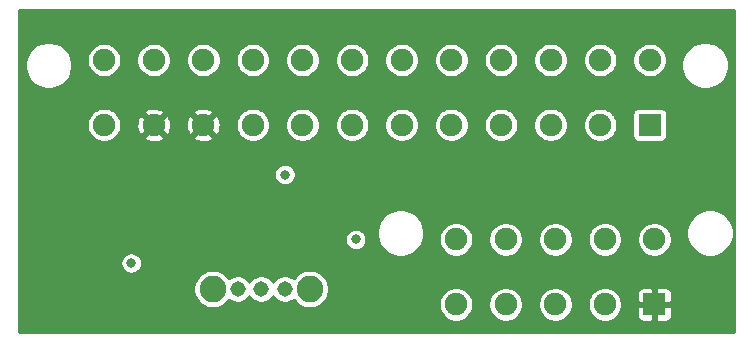
<source format=gbr>
%TF.GenerationSoftware,KiCad,Pcbnew,5.1.9+dfsg1-1~bpo10+1*%
%TF.CreationDate,2023-02-12T08:43:59+01:00*%
%TF.ProjectId,IIci_ATX,49496369-5f41-4545-982e-6b696361645f,rev?*%
%TF.SameCoordinates,Original*%
%TF.FileFunction,Copper,L3,Inr*%
%TF.FilePolarity,Positive*%
%FSLAX46Y46*%
G04 Gerber Fmt 4.6, Leading zero omitted, Abs format (unit mm)*
G04 Created by KiCad (PCBNEW 5.1.9+dfsg1-1~bpo10+1) date 2023-02-12 08:43:59*
%MOMM*%
%LPD*%
G01*
G04 APERTURE LIST*
%TA.AperFunction,ComponentPad*%
%ADD10C,1.900000*%
%TD*%
%TA.AperFunction,ComponentPad*%
%ADD11R,1.900000X1.900000*%
%TD*%
%TA.AperFunction,ComponentPad*%
%ADD12C,1.308000*%
%TD*%
%TA.AperFunction,ComponentPad*%
%ADD13C,2.250000*%
%TD*%
%TA.AperFunction,ViaPad*%
%ADD14C,0.800000*%
%TD*%
%TA.AperFunction,Conductor*%
%ADD15C,0.254000*%
%TD*%
%TA.AperFunction,Conductor*%
%ADD16C,0.100000*%
%TD*%
G04 APERTURE END LIST*
D10*
%TO.N,GND*%
%TO.C,J1*%
X97700000Y-114800000D03*
%TO.N,+5V*%
X101900000Y-114800000D03*
X106100000Y-114800000D03*
X110300000Y-114800000D03*
%TO.N,Net-(J1-Pad20)*%
X114500000Y-114800000D03*
%TO.N,GND*%
X118700000Y-114800000D03*
X122900000Y-114800000D03*
X127100000Y-114800000D03*
%TO.N,~PS-ON*%
X131300000Y-114800000D03*
%TO.N,GND*%
X135500000Y-114800000D03*
%TO.N,-12V*%
X139700000Y-114800000D03*
%TO.N,Net-(J1-Pad13)*%
X143900000Y-114800000D03*
%TO.N,Net-(J1-Pad12)*%
X97700000Y-120300000D03*
%TO.N,+12V*%
X101900000Y-120300000D03*
X106100000Y-120300000D03*
%TO.N,+5VD*%
X110300000Y-120300000D03*
%TO.N,PGOOD*%
X114500000Y-120300000D03*
%TO.N,GND*%
X118700000Y-120300000D03*
%TO.N,+5V*%
X122900000Y-120300000D03*
%TO.N,GND*%
X127100000Y-120300000D03*
%TO.N,+5V*%
X131300000Y-120300000D03*
%TO.N,GND*%
X135500000Y-120300000D03*
%TO.N,Net-(J1-Pad2)*%
X139700000Y-120300000D03*
D11*
%TO.N,Net-(J1-Pad1)*%
X143900000Y-120300000D03*
%TD*%
D12*
%TO.N,GND*%
%TO.C,U1*%
X109000000Y-134200000D03*
%TO.N,~MAC-ON*%
X113000000Y-134200000D03*
%TO.N,~PS-ON*%
X111000000Y-134200000D03*
D13*
%TO.N,GND*%
X115100000Y-134200000D03*
X106900000Y-134200000D03*
%TD*%
D10*
%TO.N,+5VD*%
%TO.C,J2*%
X127500000Y-130000000D03*
%TO.N,MAC-ON*%
X131700000Y-130000000D03*
%TO.N,-12V*%
X135900000Y-130000000D03*
%TO.N,GND*%
X127500000Y-135500000D03*
%TO.N,+5V*%
X131700000Y-135500000D03*
X135900000Y-135500000D03*
%TO.N,GND*%
X140100000Y-130000000D03*
X144300000Y-130000000D03*
%TO.N,+5V*%
X140100000Y-135500000D03*
D11*
%TO.N,+12V*%
X144300000Y-135500000D03*
%TD*%
D14*
%TO.N,GND*%
X100000000Y-132000000D03*
X119000000Y-130000000D03*
X113000000Y-124500000D03*
%TD*%
D15*
%TO.N,+12V*%
X151064001Y-137864000D02*
X90536000Y-137864000D01*
X90536000Y-134038868D01*
X105264000Y-134038868D01*
X105264000Y-134361132D01*
X105326870Y-134677204D01*
X105450196Y-134974937D01*
X105629236Y-135242889D01*
X105857111Y-135470764D01*
X106125063Y-135649804D01*
X106422796Y-135773130D01*
X106738868Y-135836000D01*
X107061132Y-135836000D01*
X107377204Y-135773130D01*
X107674937Y-135649804D01*
X107942889Y-135470764D01*
X108170764Y-135242889D01*
X108261227Y-135107502D01*
X108448166Y-135232410D01*
X108660182Y-135320230D01*
X108885258Y-135365000D01*
X109114742Y-135365000D01*
X109339818Y-135320230D01*
X109551834Y-135232410D01*
X109742644Y-135104915D01*
X109904915Y-134942644D01*
X110000000Y-134800339D01*
X110095085Y-134942644D01*
X110257356Y-135104915D01*
X110448166Y-135232410D01*
X110660182Y-135320230D01*
X110885258Y-135365000D01*
X111114742Y-135365000D01*
X111339818Y-135320230D01*
X111551834Y-135232410D01*
X111742644Y-135104915D01*
X111904915Y-134942644D01*
X112000000Y-134800339D01*
X112095085Y-134942644D01*
X112257356Y-135104915D01*
X112448166Y-135232410D01*
X112660182Y-135320230D01*
X112885258Y-135365000D01*
X113114742Y-135365000D01*
X113339818Y-135320230D01*
X113551834Y-135232410D01*
X113738773Y-135107502D01*
X113829236Y-135242889D01*
X114057111Y-135470764D01*
X114325063Y-135649804D01*
X114622796Y-135773130D01*
X114938868Y-135836000D01*
X115261132Y-135836000D01*
X115577204Y-135773130D01*
X115874937Y-135649804D01*
X116142889Y-135470764D01*
X116257549Y-135356104D01*
X126039000Y-135356104D01*
X126039000Y-135643896D01*
X126095146Y-135926158D01*
X126205279Y-136192043D01*
X126365167Y-136431333D01*
X126568667Y-136634833D01*
X126807957Y-136794721D01*
X127073842Y-136904854D01*
X127356104Y-136961000D01*
X127643896Y-136961000D01*
X127926158Y-136904854D01*
X128192043Y-136794721D01*
X128431333Y-136634833D01*
X128634833Y-136431333D01*
X128794721Y-136192043D01*
X128904854Y-135926158D01*
X128961000Y-135643896D01*
X128961000Y-135356104D01*
X130239000Y-135356104D01*
X130239000Y-135643896D01*
X130295146Y-135926158D01*
X130405279Y-136192043D01*
X130565167Y-136431333D01*
X130768667Y-136634833D01*
X131007957Y-136794721D01*
X131273842Y-136904854D01*
X131556104Y-136961000D01*
X131843896Y-136961000D01*
X132126158Y-136904854D01*
X132392043Y-136794721D01*
X132631333Y-136634833D01*
X132834833Y-136431333D01*
X132994721Y-136192043D01*
X133104854Y-135926158D01*
X133161000Y-135643896D01*
X133161000Y-135356104D01*
X134439000Y-135356104D01*
X134439000Y-135643896D01*
X134495146Y-135926158D01*
X134605279Y-136192043D01*
X134765167Y-136431333D01*
X134968667Y-136634833D01*
X135207957Y-136794721D01*
X135473842Y-136904854D01*
X135756104Y-136961000D01*
X136043896Y-136961000D01*
X136326158Y-136904854D01*
X136592043Y-136794721D01*
X136831333Y-136634833D01*
X137034833Y-136431333D01*
X137194721Y-136192043D01*
X137304854Y-135926158D01*
X137361000Y-135643896D01*
X137361000Y-135356104D01*
X138639000Y-135356104D01*
X138639000Y-135643896D01*
X138695146Y-135926158D01*
X138805279Y-136192043D01*
X138965167Y-136431333D01*
X139168667Y-136634833D01*
X139407957Y-136794721D01*
X139673842Y-136904854D01*
X139956104Y-136961000D01*
X140243896Y-136961000D01*
X140526158Y-136904854D01*
X140792043Y-136794721D01*
X141031333Y-136634833D01*
X141216166Y-136450000D01*
X142836527Y-136450000D01*
X142846393Y-136550174D01*
X142875613Y-136646498D01*
X142923063Y-136735270D01*
X142986920Y-136813080D01*
X143064730Y-136876937D01*
X143153502Y-136924387D01*
X143249826Y-136953607D01*
X143350000Y-136963473D01*
X144045250Y-136961000D01*
X144173000Y-136833250D01*
X144173000Y-135627000D01*
X144427000Y-135627000D01*
X144427000Y-136833250D01*
X144554750Y-136961000D01*
X145250000Y-136963473D01*
X145350174Y-136953607D01*
X145446498Y-136924387D01*
X145535270Y-136876937D01*
X145613080Y-136813080D01*
X145676937Y-136735270D01*
X145724387Y-136646498D01*
X145753607Y-136550174D01*
X145763473Y-136450000D01*
X145761000Y-135754750D01*
X145633250Y-135627000D01*
X144427000Y-135627000D01*
X144173000Y-135627000D01*
X142966750Y-135627000D01*
X142839000Y-135754750D01*
X142836527Y-136450000D01*
X141216166Y-136450000D01*
X141234833Y-136431333D01*
X141394721Y-136192043D01*
X141504854Y-135926158D01*
X141561000Y-135643896D01*
X141561000Y-135356104D01*
X141504854Y-135073842D01*
X141394721Y-134807957D01*
X141234833Y-134568667D01*
X141216166Y-134550000D01*
X142836527Y-134550000D01*
X142839000Y-135245250D01*
X142966750Y-135373000D01*
X144173000Y-135373000D01*
X144173000Y-134166750D01*
X144427000Y-134166750D01*
X144427000Y-135373000D01*
X145633250Y-135373000D01*
X145761000Y-135245250D01*
X145763473Y-134550000D01*
X145753607Y-134449826D01*
X145724387Y-134353502D01*
X145676937Y-134264730D01*
X145613080Y-134186920D01*
X145535270Y-134123063D01*
X145446498Y-134075613D01*
X145350174Y-134046393D01*
X145250000Y-134036527D01*
X144554750Y-134039000D01*
X144427000Y-134166750D01*
X144173000Y-134166750D01*
X144045250Y-134039000D01*
X143350000Y-134036527D01*
X143249826Y-134046393D01*
X143153502Y-134075613D01*
X143064730Y-134123063D01*
X142986920Y-134186920D01*
X142923063Y-134264730D01*
X142875613Y-134353502D01*
X142846393Y-134449826D01*
X142836527Y-134550000D01*
X141216166Y-134550000D01*
X141031333Y-134365167D01*
X140792043Y-134205279D01*
X140526158Y-134095146D01*
X140243896Y-134039000D01*
X139956104Y-134039000D01*
X139673842Y-134095146D01*
X139407957Y-134205279D01*
X139168667Y-134365167D01*
X138965167Y-134568667D01*
X138805279Y-134807957D01*
X138695146Y-135073842D01*
X138639000Y-135356104D01*
X137361000Y-135356104D01*
X137304854Y-135073842D01*
X137194721Y-134807957D01*
X137034833Y-134568667D01*
X136831333Y-134365167D01*
X136592043Y-134205279D01*
X136326158Y-134095146D01*
X136043896Y-134039000D01*
X135756104Y-134039000D01*
X135473842Y-134095146D01*
X135207957Y-134205279D01*
X134968667Y-134365167D01*
X134765167Y-134568667D01*
X134605279Y-134807957D01*
X134495146Y-135073842D01*
X134439000Y-135356104D01*
X133161000Y-135356104D01*
X133104854Y-135073842D01*
X132994721Y-134807957D01*
X132834833Y-134568667D01*
X132631333Y-134365167D01*
X132392043Y-134205279D01*
X132126158Y-134095146D01*
X131843896Y-134039000D01*
X131556104Y-134039000D01*
X131273842Y-134095146D01*
X131007957Y-134205279D01*
X130768667Y-134365167D01*
X130565167Y-134568667D01*
X130405279Y-134807957D01*
X130295146Y-135073842D01*
X130239000Y-135356104D01*
X128961000Y-135356104D01*
X128904854Y-135073842D01*
X128794721Y-134807957D01*
X128634833Y-134568667D01*
X128431333Y-134365167D01*
X128192043Y-134205279D01*
X127926158Y-134095146D01*
X127643896Y-134039000D01*
X127356104Y-134039000D01*
X127073842Y-134095146D01*
X126807957Y-134205279D01*
X126568667Y-134365167D01*
X126365167Y-134568667D01*
X126205279Y-134807957D01*
X126095146Y-135073842D01*
X126039000Y-135356104D01*
X116257549Y-135356104D01*
X116370764Y-135242889D01*
X116549804Y-134974937D01*
X116673130Y-134677204D01*
X116736000Y-134361132D01*
X116736000Y-134038868D01*
X116673130Y-133722796D01*
X116549804Y-133425063D01*
X116370764Y-133157111D01*
X116142889Y-132929236D01*
X115874937Y-132750196D01*
X115577204Y-132626870D01*
X115261132Y-132564000D01*
X114938868Y-132564000D01*
X114622796Y-132626870D01*
X114325063Y-132750196D01*
X114057111Y-132929236D01*
X113829236Y-133157111D01*
X113738773Y-133292498D01*
X113551834Y-133167590D01*
X113339818Y-133079770D01*
X113114742Y-133035000D01*
X112885258Y-133035000D01*
X112660182Y-133079770D01*
X112448166Y-133167590D01*
X112257356Y-133295085D01*
X112095085Y-133457356D01*
X112000000Y-133599661D01*
X111904915Y-133457356D01*
X111742644Y-133295085D01*
X111551834Y-133167590D01*
X111339818Y-133079770D01*
X111114742Y-133035000D01*
X110885258Y-133035000D01*
X110660182Y-133079770D01*
X110448166Y-133167590D01*
X110257356Y-133295085D01*
X110095085Y-133457356D01*
X110000000Y-133599661D01*
X109904915Y-133457356D01*
X109742644Y-133295085D01*
X109551834Y-133167590D01*
X109339818Y-133079770D01*
X109114742Y-133035000D01*
X108885258Y-133035000D01*
X108660182Y-133079770D01*
X108448166Y-133167590D01*
X108261227Y-133292498D01*
X108170764Y-133157111D01*
X107942889Y-132929236D01*
X107674937Y-132750196D01*
X107377204Y-132626870D01*
X107061132Y-132564000D01*
X106738868Y-132564000D01*
X106422796Y-132626870D01*
X106125063Y-132750196D01*
X105857111Y-132929236D01*
X105629236Y-133157111D01*
X105450196Y-133425063D01*
X105326870Y-133722796D01*
X105264000Y-134038868D01*
X90536000Y-134038868D01*
X90536000Y-131910274D01*
X99089000Y-131910274D01*
X99089000Y-132089726D01*
X99124009Y-132265729D01*
X99192682Y-132431520D01*
X99292380Y-132580729D01*
X99419271Y-132707620D01*
X99568480Y-132807318D01*
X99734271Y-132875991D01*
X99910274Y-132911000D01*
X100089726Y-132911000D01*
X100265729Y-132875991D01*
X100431520Y-132807318D01*
X100580729Y-132707620D01*
X100707620Y-132580729D01*
X100807318Y-132431520D01*
X100875991Y-132265729D01*
X100911000Y-132089726D01*
X100911000Y-131910274D01*
X100875991Y-131734271D01*
X100807318Y-131568480D01*
X100707620Y-131419271D01*
X100580729Y-131292380D01*
X100431520Y-131192682D01*
X100265729Y-131124009D01*
X100089726Y-131089000D01*
X99910274Y-131089000D01*
X99734271Y-131124009D01*
X99568480Y-131192682D01*
X99419271Y-131292380D01*
X99292380Y-131419271D01*
X99192682Y-131568480D01*
X99124009Y-131734271D01*
X99089000Y-131910274D01*
X90536000Y-131910274D01*
X90536000Y-129910274D01*
X118089000Y-129910274D01*
X118089000Y-130089726D01*
X118124009Y-130265729D01*
X118192682Y-130431520D01*
X118292380Y-130580729D01*
X118419271Y-130707620D01*
X118568480Y-130807318D01*
X118734271Y-130875991D01*
X118910274Y-130911000D01*
X119089726Y-130911000D01*
X119265729Y-130875991D01*
X119431520Y-130807318D01*
X119580729Y-130707620D01*
X119707620Y-130580729D01*
X119807318Y-130431520D01*
X119875991Y-130265729D01*
X119911000Y-130089726D01*
X119911000Y-129910274D01*
X119875991Y-129734271D01*
X119807318Y-129568480D01*
X119707620Y-129419271D01*
X119580729Y-129292380D01*
X119505232Y-129241934D01*
X120789000Y-129241934D01*
X120789000Y-129638066D01*
X120866282Y-130026587D01*
X121017875Y-130392566D01*
X121237955Y-130721938D01*
X121518062Y-131002045D01*
X121847434Y-131222125D01*
X122213413Y-131373718D01*
X122601934Y-131451000D01*
X122998066Y-131451000D01*
X123386587Y-131373718D01*
X123752566Y-131222125D01*
X124081938Y-131002045D01*
X124362045Y-130721938D01*
X124582125Y-130392566D01*
X124733718Y-130026587D01*
X124767629Y-129856104D01*
X126039000Y-129856104D01*
X126039000Y-130143896D01*
X126095146Y-130426158D01*
X126205279Y-130692043D01*
X126365167Y-130931333D01*
X126568667Y-131134833D01*
X126807957Y-131294721D01*
X127073842Y-131404854D01*
X127356104Y-131461000D01*
X127643896Y-131461000D01*
X127926158Y-131404854D01*
X128192043Y-131294721D01*
X128431333Y-131134833D01*
X128634833Y-130931333D01*
X128794721Y-130692043D01*
X128904854Y-130426158D01*
X128961000Y-130143896D01*
X128961000Y-129856104D01*
X130239000Y-129856104D01*
X130239000Y-130143896D01*
X130295146Y-130426158D01*
X130405279Y-130692043D01*
X130565167Y-130931333D01*
X130768667Y-131134833D01*
X131007957Y-131294721D01*
X131273842Y-131404854D01*
X131556104Y-131461000D01*
X131843896Y-131461000D01*
X132126158Y-131404854D01*
X132392043Y-131294721D01*
X132631333Y-131134833D01*
X132834833Y-130931333D01*
X132994721Y-130692043D01*
X133104854Y-130426158D01*
X133161000Y-130143896D01*
X133161000Y-129856104D01*
X134439000Y-129856104D01*
X134439000Y-130143896D01*
X134495146Y-130426158D01*
X134605279Y-130692043D01*
X134765167Y-130931333D01*
X134968667Y-131134833D01*
X135207957Y-131294721D01*
X135473842Y-131404854D01*
X135756104Y-131461000D01*
X136043896Y-131461000D01*
X136326158Y-131404854D01*
X136592043Y-131294721D01*
X136831333Y-131134833D01*
X137034833Y-130931333D01*
X137194721Y-130692043D01*
X137304854Y-130426158D01*
X137361000Y-130143896D01*
X137361000Y-129856104D01*
X138639000Y-129856104D01*
X138639000Y-130143896D01*
X138695146Y-130426158D01*
X138805279Y-130692043D01*
X138965167Y-130931333D01*
X139168667Y-131134833D01*
X139407957Y-131294721D01*
X139673842Y-131404854D01*
X139956104Y-131461000D01*
X140243896Y-131461000D01*
X140526158Y-131404854D01*
X140792043Y-131294721D01*
X141031333Y-131134833D01*
X141234833Y-130931333D01*
X141394721Y-130692043D01*
X141504854Y-130426158D01*
X141561000Y-130143896D01*
X141561000Y-129856104D01*
X142839000Y-129856104D01*
X142839000Y-130143896D01*
X142895146Y-130426158D01*
X143005279Y-130692043D01*
X143165167Y-130931333D01*
X143368667Y-131134833D01*
X143607957Y-131294721D01*
X143873842Y-131404854D01*
X144156104Y-131461000D01*
X144443896Y-131461000D01*
X144726158Y-131404854D01*
X144992043Y-131294721D01*
X145231333Y-131134833D01*
X145434833Y-130931333D01*
X145594721Y-130692043D01*
X145704854Y-130426158D01*
X145761000Y-130143896D01*
X145761000Y-129856104D01*
X145704854Y-129573842D01*
X145594721Y-129307957D01*
X145550606Y-129241934D01*
X146989000Y-129241934D01*
X146989000Y-129638066D01*
X147066282Y-130026587D01*
X147217875Y-130392566D01*
X147437955Y-130721938D01*
X147718062Y-131002045D01*
X148047434Y-131222125D01*
X148413413Y-131373718D01*
X148801934Y-131451000D01*
X149198066Y-131451000D01*
X149586587Y-131373718D01*
X149952566Y-131222125D01*
X150281938Y-131002045D01*
X150562045Y-130721938D01*
X150782125Y-130392566D01*
X150933718Y-130026587D01*
X151011000Y-129638066D01*
X151011000Y-129241934D01*
X150933718Y-128853413D01*
X150782125Y-128487434D01*
X150562045Y-128158062D01*
X150281938Y-127877955D01*
X149952566Y-127657875D01*
X149586587Y-127506282D01*
X149198066Y-127429000D01*
X148801934Y-127429000D01*
X148413413Y-127506282D01*
X148047434Y-127657875D01*
X147718062Y-127877955D01*
X147437955Y-128158062D01*
X147217875Y-128487434D01*
X147066282Y-128853413D01*
X146989000Y-129241934D01*
X145550606Y-129241934D01*
X145434833Y-129068667D01*
X145231333Y-128865167D01*
X144992043Y-128705279D01*
X144726158Y-128595146D01*
X144443896Y-128539000D01*
X144156104Y-128539000D01*
X143873842Y-128595146D01*
X143607957Y-128705279D01*
X143368667Y-128865167D01*
X143165167Y-129068667D01*
X143005279Y-129307957D01*
X142895146Y-129573842D01*
X142839000Y-129856104D01*
X141561000Y-129856104D01*
X141504854Y-129573842D01*
X141394721Y-129307957D01*
X141234833Y-129068667D01*
X141031333Y-128865167D01*
X140792043Y-128705279D01*
X140526158Y-128595146D01*
X140243896Y-128539000D01*
X139956104Y-128539000D01*
X139673842Y-128595146D01*
X139407957Y-128705279D01*
X139168667Y-128865167D01*
X138965167Y-129068667D01*
X138805279Y-129307957D01*
X138695146Y-129573842D01*
X138639000Y-129856104D01*
X137361000Y-129856104D01*
X137304854Y-129573842D01*
X137194721Y-129307957D01*
X137034833Y-129068667D01*
X136831333Y-128865167D01*
X136592043Y-128705279D01*
X136326158Y-128595146D01*
X136043896Y-128539000D01*
X135756104Y-128539000D01*
X135473842Y-128595146D01*
X135207957Y-128705279D01*
X134968667Y-128865167D01*
X134765167Y-129068667D01*
X134605279Y-129307957D01*
X134495146Y-129573842D01*
X134439000Y-129856104D01*
X133161000Y-129856104D01*
X133104854Y-129573842D01*
X132994721Y-129307957D01*
X132834833Y-129068667D01*
X132631333Y-128865167D01*
X132392043Y-128705279D01*
X132126158Y-128595146D01*
X131843896Y-128539000D01*
X131556104Y-128539000D01*
X131273842Y-128595146D01*
X131007957Y-128705279D01*
X130768667Y-128865167D01*
X130565167Y-129068667D01*
X130405279Y-129307957D01*
X130295146Y-129573842D01*
X130239000Y-129856104D01*
X128961000Y-129856104D01*
X128904854Y-129573842D01*
X128794721Y-129307957D01*
X128634833Y-129068667D01*
X128431333Y-128865167D01*
X128192043Y-128705279D01*
X127926158Y-128595146D01*
X127643896Y-128539000D01*
X127356104Y-128539000D01*
X127073842Y-128595146D01*
X126807957Y-128705279D01*
X126568667Y-128865167D01*
X126365167Y-129068667D01*
X126205279Y-129307957D01*
X126095146Y-129573842D01*
X126039000Y-129856104D01*
X124767629Y-129856104D01*
X124811000Y-129638066D01*
X124811000Y-129241934D01*
X124733718Y-128853413D01*
X124582125Y-128487434D01*
X124362045Y-128158062D01*
X124081938Y-127877955D01*
X123752566Y-127657875D01*
X123386587Y-127506282D01*
X122998066Y-127429000D01*
X122601934Y-127429000D01*
X122213413Y-127506282D01*
X121847434Y-127657875D01*
X121518062Y-127877955D01*
X121237955Y-128158062D01*
X121017875Y-128487434D01*
X120866282Y-128853413D01*
X120789000Y-129241934D01*
X119505232Y-129241934D01*
X119431520Y-129192682D01*
X119265729Y-129124009D01*
X119089726Y-129089000D01*
X118910274Y-129089000D01*
X118734271Y-129124009D01*
X118568480Y-129192682D01*
X118419271Y-129292380D01*
X118292380Y-129419271D01*
X118192682Y-129568480D01*
X118124009Y-129734271D01*
X118089000Y-129910274D01*
X90536000Y-129910274D01*
X90536000Y-124410274D01*
X112089000Y-124410274D01*
X112089000Y-124589726D01*
X112124009Y-124765729D01*
X112192682Y-124931520D01*
X112292380Y-125080729D01*
X112419271Y-125207620D01*
X112568480Y-125307318D01*
X112734271Y-125375991D01*
X112910274Y-125411000D01*
X113089726Y-125411000D01*
X113265729Y-125375991D01*
X113431520Y-125307318D01*
X113580729Y-125207620D01*
X113707620Y-125080729D01*
X113807318Y-124931520D01*
X113875991Y-124765729D01*
X113911000Y-124589726D01*
X113911000Y-124410274D01*
X113875991Y-124234271D01*
X113807318Y-124068480D01*
X113707620Y-123919271D01*
X113580729Y-123792380D01*
X113431520Y-123692682D01*
X113265729Y-123624009D01*
X113089726Y-123589000D01*
X112910274Y-123589000D01*
X112734271Y-123624009D01*
X112568480Y-123692682D01*
X112419271Y-123792380D01*
X112292380Y-123919271D01*
X112192682Y-124068480D01*
X112124009Y-124234271D01*
X112089000Y-124410274D01*
X90536000Y-124410274D01*
X90536000Y-120156104D01*
X96239000Y-120156104D01*
X96239000Y-120443896D01*
X96295146Y-120726158D01*
X96405279Y-120992043D01*
X96565167Y-121231333D01*
X96768667Y-121434833D01*
X97007957Y-121594721D01*
X97273842Y-121704854D01*
X97556104Y-121761000D01*
X97843896Y-121761000D01*
X98126158Y-121704854D01*
X98392043Y-121594721D01*
X98631333Y-121434833D01*
X98732879Y-121333287D01*
X101046318Y-121333287D01*
X101143071Y-121557889D01*
X101403017Y-121681388D01*
X101682062Y-121751801D01*
X101969482Y-121766423D01*
X102254232Y-121724690D01*
X102525369Y-121628207D01*
X102656929Y-121557889D01*
X102753682Y-121333287D01*
X105246318Y-121333287D01*
X105343071Y-121557889D01*
X105603017Y-121681388D01*
X105882062Y-121751801D01*
X106169482Y-121766423D01*
X106454232Y-121724690D01*
X106725369Y-121628207D01*
X106856929Y-121557889D01*
X106953682Y-121333287D01*
X106100000Y-120479605D01*
X105246318Y-121333287D01*
X102753682Y-121333287D01*
X101900000Y-120479605D01*
X101046318Y-121333287D01*
X98732879Y-121333287D01*
X98834833Y-121231333D01*
X98994721Y-120992043D01*
X99104854Y-120726158D01*
X99161000Y-120443896D01*
X99161000Y-120369482D01*
X100433577Y-120369482D01*
X100475310Y-120654232D01*
X100571793Y-120925369D01*
X100642111Y-121056929D01*
X100866713Y-121153682D01*
X101720395Y-120300000D01*
X102079605Y-120300000D01*
X102933287Y-121153682D01*
X103157889Y-121056929D01*
X103281388Y-120796983D01*
X103351801Y-120517938D01*
X103359353Y-120369482D01*
X104633577Y-120369482D01*
X104675310Y-120654232D01*
X104771793Y-120925369D01*
X104842111Y-121056929D01*
X105066713Y-121153682D01*
X105920395Y-120300000D01*
X106279605Y-120300000D01*
X107133287Y-121153682D01*
X107357889Y-121056929D01*
X107481388Y-120796983D01*
X107551801Y-120517938D01*
X107566423Y-120230518D01*
X107555517Y-120156104D01*
X108839000Y-120156104D01*
X108839000Y-120443896D01*
X108895146Y-120726158D01*
X109005279Y-120992043D01*
X109165167Y-121231333D01*
X109368667Y-121434833D01*
X109607957Y-121594721D01*
X109873842Y-121704854D01*
X110156104Y-121761000D01*
X110443896Y-121761000D01*
X110726158Y-121704854D01*
X110992043Y-121594721D01*
X111231333Y-121434833D01*
X111434833Y-121231333D01*
X111594721Y-120992043D01*
X111704854Y-120726158D01*
X111761000Y-120443896D01*
X111761000Y-120156104D01*
X113039000Y-120156104D01*
X113039000Y-120443896D01*
X113095146Y-120726158D01*
X113205279Y-120992043D01*
X113365167Y-121231333D01*
X113568667Y-121434833D01*
X113807957Y-121594721D01*
X114073842Y-121704854D01*
X114356104Y-121761000D01*
X114643896Y-121761000D01*
X114926158Y-121704854D01*
X115192043Y-121594721D01*
X115431333Y-121434833D01*
X115634833Y-121231333D01*
X115794721Y-120992043D01*
X115904854Y-120726158D01*
X115961000Y-120443896D01*
X115961000Y-120156104D01*
X117239000Y-120156104D01*
X117239000Y-120443896D01*
X117295146Y-120726158D01*
X117405279Y-120992043D01*
X117565167Y-121231333D01*
X117768667Y-121434833D01*
X118007957Y-121594721D01*
X118273842Y-121704854D01*
X118556104Y-121761000D01*
X118843896Y-121761000D01*
X119126158Y-121704854D01*
X119392043Y-121594721D01*
X119631333Y-121434833D01*
X119834833Y-121231333D01*
X119994721Y-120992043D01*
X120104854Y-120726158D01*
X120161000Y-120443896D01*
X120161000Y-120156104D01*
X121439000Y-120156104D01*
X121439000Y-120443896D01*
X121495146Y-120726158D01*
X121605279Y-120992043D01*
X121765167Y-121231333D01*
X121968667Y-121434833D01*
X122207957Y-121594721D01*
X122473842Y-121704854D01*
X122756104Y-121761000D01*
X123043896Y-121761000D01*
X123326158Y-121704854D01*
X123592043Y-121594721D01*
X123831333Y-121434833D01*
X124034833Y-121231333D01*
X124194721Y-120992043D01*
X124304854Y-120726158D01*
X124361000Y-120443896D01*
X124361000Y-120156104D01*
X125639000Y-120156104D01*
X125639000Y-120443896D01*
X125695146Y-120726158D01*
X125805279Y-120992043D01*
X125965167Y-121231333D01*
X126168667Y-121434833D01*
X126407957Y-121594721D01*
X126673842Y-121704854D01*
X126956104Y-121761000D01*
X127243896Y-121761000D01*
X127526158Y-121704854D01*
X127792043Y-121594721D01*
X128031333Y-121434833D01*
X128234833Y-121231333D01*
X128394721Y-120992043D01*
X128504854Y-120726158D01*
X128561000Y-120443896D01*
X128561000Y-120156104D01*
X129839000Y-120156104D01*
X129839000Y-120443896D01*
X129895146Y-120726158D01*
X130005279Y-120992043D01*
X130165167Y-121231333D01*
X130368667Y-121434833D01*
X130607957Y-121594721D01*
X130873842Y-121704854D01*
X131156104Y-121761000D01*
X131443896Y-121761000D01*
X131726158Y-121704854D01*
X131992043Y-121594721D01*
X132231333Y-121434833D01*
X132434833Y-121231333D01*
X132594721Y-120992043D01*
X132704854Y-120726158D01*
X132761000Y-120443896D01*
X132761000Y-120156104D01*
X134039000Y-120156104D01*
X134039000Y-120443896D01*
X134095146Y-120726158D01*
X134205279Y-120992043D01*
X134365167Y-121231333D01*
X134568667Y-121434833D01*
X134807957Y-121594721D01*
X135073842Y-121704854D01*
X135356104Y-121761000D01*
X135643896Y-121761000D01*
X135926158Y-121704854D01*
X136192043Y-121594721D01*
X136431333Y-121434833D01*
X136634833Y-121231333D01*
X136794721Y-120992043D01*
X136904854Y-120726158D01*
X136961000Y-120443896D01*
X136961000Y-120156104D01*
X138239000Y-120156104D01*
X138239000Y-120443896D01*
X138295146Y-120726158D01*
X138405279Y-120992043D01*
X138565167Y-121231333D01*
X138768667Y-121434833D01*
X139007957Y-121594721D01*
X139273842Y-121704854D01*
X139556104Y-121761000D01*
X139843896Y-121761000D01*
X140126158Y-121704854D01*
X140392043Y-121594721D01*
X140631333Y-121434833D01*
X140834833Y-121231333D01*
X140994721Y-120992043D01*
X141104854Y-120726158D01*
X141161000Y-120443896D01*
X141161000Y-120156104D01*
X141104854Y-119873842D01*
X140994721Y-119607957D01*
X140834833Y-119368667D01*
X140816166Y-119350000D01*
X142436528Y-119350000D01*
X142436528Y-121250000D01*
X142446394Y-121350173D01*
X142475614Y-121446497D01*
X142523064Y-121535270D01*
X142586920Y-121613080D01*
X142664730Y-121676936D01*
X142753503Y-121724386D01*
X142849827Y-121753606D01*
X142950000Y-121763472D01*
X144850000Y-121763472D01*
X144950173Y-121753606D01*
X145046497Y-121724386D01*
X145135270Y-121676936D01*
X145213080Y-121613080D01*
X145276936Y-121535270D01*
X145324386Y-121446497D01*
X145353606Y-121350173D01*
X145363472Y-121250000D01*
X145363472Y-119350000D01*
X145353606Y-119249827D01*
X145324386Y-119153503D01*
X145276936Y-119064730D01*
X145213080Y-118986920D01*
X145135270Y-118923064D01*
X145046497Y-118875614D01*
X144950173Y-118846394D01*
X144850000Y-118836528D01*
X142950000Y-118836528D01*
X142849827Y-118846394D01*
X142753503Y-118875614D01*
X142664730Y-118923064D01*
X142586920Y-118986920D01*
X142523064Y-119064730D01*
X142475614Y-119153503D01*
X142446394Y-119249827D01*
X142436528Y-119350000D01*
X140816166Y-119350000D01*
X140631333Y-119165167D01*
X140392043Y-119005279D01*
X140126158Y-118895146D01*
X139843896Y-118839000D01*
X139556104Y-118839000D01*
X139273842Y-118895146D01*
X139007957Y-119005279D01*
X138768667Y-119165167D01*
X138565167Y-119368667D01*
X138405279Y-119607957D01*
X138295146Y-119873842D01*
X138239000Y-120156104D01*
X136961000Y-120156104D01*
X136904854Y-119873842D01*
X136794721Y-119607957D01*
X136634833Y-119368667D01*
X136431333Y-119165167D01*
X136192043Y-119005279D01*
X135926158Y-118895146D01*
X135643896Y-118839000D01*
X135356104Y-118839000D01*
X135073842Y-118895146D01*
X134807957Y-119005279D01*
X134568667Y-119165167D01*
X134365167Y-119368667D01*
X134205279Y-119607957D01*
X134095146Y-119873842D01*
X134039000Y-120156104D01*
X132761000Y-120156104D01*
X132704854Y-119873842D01*
X132594721Y-119607957D01*
X132434833Y-119368667D01*
X132231333Y-119165167D01*
X131992043Y-119005279D01*
X131726158Y-118895146D01*
X131443896Y-118839000D01*
X131156104Y-118839000D01*
X130873842Y-118895146D01*
X130607957Y-119005279D01*
X130368667Y-119165167D01*
X130165167Y-119368667D01*
X130005279Y-119607957D01*
X129895146Y-119873842D01*
X129839000Y-120156104D01*
X128561000Y-120156104D01*
X128504854Y-119873842D01*
X128394721Y-119607957D01*
X128234833Y-119368667D01*
X128031333Y-119165167D01*
X127792043Y-119005279D01*
X127526158Y-118895146D01*
X127243896Y-118839000D01*
X126956104Y-118839000D01*
X126673842Y-118895146D01*
X126407957Y-119005279D01*
X126168667Y-119165167D01*
X125965167Y-119368667D01*
X125805279Y-119607957D01*
X125695146Y-119873842D01*
X125639000Y-120156104D01*
X124361000Y-120156104D01*
X124304854Y-119873842D01*
X124194721Y-119607957D01*
X124034833Y-119368667D01*
X123831333Y-119165167D01*
X123592043Y-119005279D01*
X123326158Y-118895146D01*
X123043896Y-118839000D01*
X122756104Y-118839000D01*
X122473842Y-118895146D01*
X122207957Y-119005279D01*
X121968667Y-119165167D01*
X121765167Y-119368667D01*
X121605279Y-119607957D01*
X121495146Y-119873842D01*
X121439000Y-120156104D01*
X120161000Y-120156104D01*
X120104854Y-119873842D01*
X119994721Y-119607957D01*
X119834833Y-119368667D01*
X119631333Y-119165167D01*
X119392043Y-119005279D01*
X119126158Y-118895146D01*
X118843896Y-118839000D01*
X118556104Y-118839000D01*
X118273842Y-118895146D01*
X118007957Y-119005279D01*
X117768667Y-119165167D01*
X117565167Y-119368667D01*
X117405279Y-119607957D01*
X117295146Y-119873842D01*
X117239000Y-120156104D01*
X115961000Y-120156104D01*
X115904854Y-119873842D01*
X115794721Y-119607957D01*
X115634833Y-119368667D01*
X115431333Y-119165167D01*
X115192043Y-119005279D01*
X114926158Y-118895146D01*
X114643896Y-118839000D01*
X114356104Y-118839000D01*
X114073842Y-118895146D01*
X113807957Y-119005279D01*
X113568667Y-119165167D01*
X113365167Y-119368667D01*
X113205279Y-119607957D01*
X113095146Y-119873842D01*
X113039000Y-120156104D01*
X111761000Y-120156104D01*
X111704854Y-119873842D01*
X111594721Y-119607957D01*
X111434833Y-119368667D01*
X111231333Y-119165167D01*
X110992043Y-119005279D01*
X110726158Y-118895146D01*
X110443896Y-118839000D01*
X110156104Y-118839000D01*
X109873842Y-118895146D01*
X109607957Y-119005279D01*
X109368667Y-119165167D01*
X109165167Y-119368667D01*
X109005279Y-119607957D01*
X108895146Y-119873842D01*
X108839000Y-120156104D01*
X107555517Y-120156104D01*
X107524690Y-119945768D01*
X107428207Y-119674631D01*
X107357889Y-119543071D01*
X107133287Y-119446318D01*
X106279605Y-120300000D01*
X105920395Y-120300000D01*
X105066713Y-119446318D01*
X104842111Y-119543071D01*
X104718612Y-119803017D01*
X104648199Y-120082062D01*
X104633577Y-120369482D01*
X103359353Y-120369482D01*
X103366423Y-120230518D01*
X103324690Y-119945768D01*
X103228207Y-119674631D01*
X103157889Y-119543071D01*
X102933287Y-119446318D01*
X102079605Y-120300000D01*
X101720395Y-120300000D01*
X100866713Y-119446318D01*
X100642111Y-119543071D01*
X100518612Y-119803017D01*
X100448199Y-120082062D01*
X100433577Y-120369482D01*
X99161000Y-120369482D01*
X99161000Y-120156104D01*
X99104854Y-119873842D01*
X98994721Y-119607957D01*
X98834833Y-119368667D01*
X98732879Y-119266713D01*
X101046318Y-119266713D01*
X101900000Y-120120395D01*
X102753682Y-119266713D01*
X105246318Y-119266713D01*
X106100000Y-120120395D01*
X106953682Y-119266713D01*
X106856929Y-119042111D01*
X106596983Y-118918612D01*
X106317938Y-118848199D01*
X106030518Y-118833577D01*
X105745768Y-118875310D01*
X105474631Y-118971793D01*
X105343071Y-119042111D01*
X105246318Y-119266713D01*
X102753682Y-119266713D01*
X102656929Y-119042111D01*
X102396983Y-118918612D01*
X102117938Y-118848199D01*
X101830518Y-118833577D01*
X101545768Y-118875310D01*
X101274631Y-118971793D01*
X101143071Y-119042111D01*
X101046318Y-119266713D01*
X98732879Y-119266713D01*
X98631333Y-119165167D01*
X98392043Y-119005279D01*
X98126158Y-118895146D01*
X97843896Y-118839000D01*
X97556104Y-118839000D01*
X97273842Y-118895146D01*
X97007957Y-119005279D01*
X96768667Y-119165167D01*
X96565167Y-119368667D01*
X96405279Y-119607957D01*
X96295146Y-119873842D01*
X96239000Y-120156104D01*
X90536000Y-120156104D01*
X90536000Y-115061934D01*
X90989000Y-115061934D01*
X90989000Y-115458066D01*
X91066282Y-115846587D01*
X91217875Y-116212566D01*
X91437955Y-116541938D01*
X91718062Y-116822045D01*
X92047434Y-117042125D01*
X92413413Y-117193718D01*
X92801934Y-117271000D01*
X93198066Y-117271000D01*
X93586587Y-117193718D01*
X93952566Y-117042125D01*
X94281938Y-116822045D01*
X94562045Y-116541938D01*
X94782125Y-116212566D01*
X94933718Y-115846587D01*
X95011000Y-115458066D01*
X95011000Y-115061934D01*
X94933718Y-114673413D01*
X94926549Y-114656104D01*
X96239000Y-114656104D01*
X96239000Y-114943896D01*
X96295146Y-115226158D01*
X96405279Y-115492043D01*
X96565167Y-115731333D01*
X96768667Y-115934833D01*
X97007957Y-116094721D01*
X97273842Y-116204854D01*
X97556104Y-116261000D01*
X97843896Y-116261000D01*
X98126158Y-116204854D01*
X98392043Y-116094721D01*
X98631333Y-115934833D01*
X98834833Y-115731333D01*
X98994721Y-115492043D01*
X99104854Y-115226158D01*
X99161000Y-114943896D01*
X99161000Y-114656104D01*
X100439000Y-114656104D01*
X100439000Y-114943896D01*
X100495146Y-115226158D01*
X100605279Y-115492043D01*
X100765167Y-115731333D01*
X100968667Y-115934833D01*
X101207957Y-116094721D01*
X101473842Y-116204854D01*
X101756104Y-116261000D01*
X102043896Y-116261000D01*
X102326158Y-116204854D01*
X102592043Y-116094721D01*
X102831333Y-115934833D01*
X103034833Y-115731333D01*
X103194721Y-115492043D01*
X103304854Y-115226158D01*
X103361000Y-114943896D01*
X103361000Y-114656104D01*
X104639000Y-114656104D01*
X104639000Y-114943896D01*
X104695146Y-115226158D01*
X104805279Y-115492043D01*
X104965167Y-115731333D01*
X105168667Y-115934833D01*
X105407957Y-116094721D01*
X105673842Y-116204854D01*
X105956104Y-116261000D01*
X106243896Y-116261000D01*
X106526158Y-116204854D01*
X106792043Y-116094721D01*
X107031333Y-115934833D01*
X107234833Y-115731333D01*
X107394721Y-115492043D01*
X107504854Y-115226158D01*
X107561000Y-114943896D01*
X107561000Y-114656104D01*
X108839000Y-114656104D01*
X108839000Y-114943896D01*
X108895146Y-115226158D01*
X109005279Y-115492043D01*
X109165167Y-115731333D01*
X109368667Y-115934833D01*
X109607957Y-116094721D01*
X109873842Y-116204854D01*
X110156104Y-116261000D01*
X110443896Y-116261000D01*
X110726158Y-116204854D01*
X110992043Y-116094721D01*
X111231333Y-115934833D01*
X111434833Y-115731333D01*
X111594721Y-115492043D01*
X111704854Y-115226158D01*
X111761000Y-114943896D01*
X111761000Y-114656104D01*
X113039000Y-114656104D01*
X113039000Y-114943896D01*
X113095146Y-115226158D01*
X113205279Y-115492043D01*
X113365167Y-115731333D01*
X113568667Y-115934833D01*
X113807957Y-116094721D01*
X114073842Y-116204854D01*
X114356104Y-116261000D01*
X114643896Y-116261000D01*
X114926158Y-116204854D01*
X115192043Y-116094721D01*
X115431333Y-115934833D01*
X115634833Y-115731333D01*
X115794721Y-115492043D01*
X115904854Y-115226158D01*
X115961000Y-114943896D01*
X115961000Y-114656104D01*
X117239000Y-114656104D01*
X117239000Y-114943896D01*
X117295146Y-115226158D01*
X117405279Y-115492043D01*
X117565167Y-115731333D01*
X117768667Y-115934833D01*
X118007957Y-116094721D01*
X118273842Y-116204854D01*
X118556104Y-116261000D01*
X118843896Y-116261000D01*
X119126158Y-116204854D01*
X119392043Y-116094721D01*
X119631333Y-115934833D01*
X119834833Y-115731333D01*
X119994721Y-115492043D01*
X120104854Y-115226158D01*
X120161000Y-114943896D01*
X120161000Y-114656104D01*
X121439000Y-114656104D01*
X121439000Y-114943896D01*
X121495146Y-115226158D01*
X121605279Y-115492043D01*
X121765167Y-115731333D01*
X121968667Y-115934833D01*
X122207957Y-116094721D01*
X122473842Y-116204854D01*
X122756104Y-116261000D01*
X123043896Y-116261000D01*
X123326158Y-116204854D01*
X123592043Y-116094721D01*
X123831333Y-115934833D01*
X124034833Y-115731333D01*
X124194721Y-115492043D01*
X124304854Y-115226158D01*
X124361000Y-114943896D01*
X124361000Y-114656104D01*
X125639000Y-114656104D01*
X125639000Y-114943896D01*
X125695146Y-115226158D01*
X125805279Y-115492043D01*
X125965167Y-115731333D01*
X126168667Y-115934833D01*
X126407957Y-116094721D01*
X126673842Y-116204854D01*
X126956104Y-116261000D01*
X127243896Y-116261000D01*
X127526158Y-116204854D01*
X127792043Y-116094721D01*
X128031333Y-115934833D01*
X128234833Y-115731333D01*
X128394721Y-115492043D01*
X128504854Y-115226158D01*
X128561000Y-114943896D01*
X128561000Y-114656104D01*
X129839000Y-114656104D01*
X129839000Y-114943896D01*
X129895146Y-115226158D01*
X130005279Y-115492043D01*
X130165167Y-115731333D01*
X130368667Y-115934833D01*
X130607957Y-116094721D01*
X130873842Y-116204854D01*
X131156104Y-116261000D01*
X131443896Y-116261000D01*
X131726158Y-116204854D01*
X131992043Y-116094721D01*
X132231333Y-115934833D01*
X132434833Y-115731333D01*
X132594721Y-115492043D01*
X132704854Y-115226158D01*
X132761000Y-114943896D01*
X132761000Y-114656104D01*
X134039000Y-114656104D01*
X134039000Y-114943896D01*
X134095146Y-115226158D01*
X134205279Y-115492043D01*
X134365167Y-115731333D01*
X134568667Y-115934833D01*
X134807957Y-116094721D01*
X135073842Y-116204854D01*
X135356104Y-116261000D01*
X135643896Y-116261000D01*
X135926158Y-116204854D01*
X136192043Y-116094721D01*
X136431333Y-115934833D01*
X136634833Y-115731333D01*
X136794721Y-115492043D01*
X136904854Y-115226158D01*
X136961000Y-114943896D01*
X136961000Y-114656104D01*
X138239000Y-114656104D01*
X138239000Y-114943896D01*
X138295146Y-115226158D01*
X138405279Y-115492043D01*
X138565167Y-115731333D01*
X138768667Y-115934833D01*
X139007957Y-116094721D01*
X139273842Y-116204854D01*
X139556104Y-116261000D01*
X139843896Y-116261000D01*
X140126158Y-116204854D01*
X140392043Y-116094721D01*
X140631333Y-115934833D01*
X140834833Y-115731333D01*
X140994721Y-115492043D01*
X141104854Y-115226158D01*
X141161000Y-114943896D01*
X141161000Y-114656104D01*
X142439000Y-114656104D01*
X142439000Y-114943896D01*
X142495146Y-115226158D01*
X142605279Y-115492043D01*
X142765167Y-115731333D01*
X142968667Y-115934833D01*
X143207957Y-116094721D01*
X143473842Y-116204854D01*
X143756104Y-116261000D01*
X144043896Y-116261000D01*
X144326158Y-116204854D01*
X144592043Y-116094721D01*
X144831333Y-115934833D01*
X145034833Y-115731333D01*
X145194721Y-115492043D01*
X145304854Y-115226158D01*
X145337520Y-115061934D01*
X146589000Y-115061934D01*
X146589000Y-115458066D01*
X146666282Y-115846587D01*
X146817875Y-116212566D01*
X147037955Y-116541938D01*
X147318062Y-116822045D01*
X147647434Y-117042125D01*
X148013413Y-117193718D01*
X148401934Y-117271000D01*
X148798066Y-117271000D01*
X149186587Y-117193718D01*
X149552566Y-117042125D01*
X149881938Y-116822045D01*
X150162045Y-116541938D01*
X150382125Y-116212566D01*
X150533718Y-115846587D01*
X150611000Y-115458066D01*
X150611000Y-115061934D01*
X150533718Y-114673413D01*
X150382125Y-114307434D01*
X150162045Y-113978062D01*
X149881938Y-113697955D01*
X149552566Y-113477875D01*
X149186587Y-113326282D01*
X148798066Y-113249000D01*
X148401934Y-113249000D01*
X148013413Y-113326282D01*
X147647434Y-113477875D01*
X147318062Y-113697955D01*
X147037955Y-113978062D01*
X146817875Y-114307434D01*
X146666282Y-114673413D01*
X146589000Y-115061934D01*
X145337520Y-115061934D01*
X145361000Y-114943896D01*
X145361000Y-114656104D01*
X145304854Y-114373842D01*
X145194721Y-114107957D01*
X145034833Y-113868667D01*
X144831333Y-113665167D01*
X144592043Y-113505279D01*
X144326158Y-113395146D01*
X144043896Y-113339000D01*
X143756104Y-113339000D01*
X143473842Y-113395146D01*
X143207957Y-113505279D01*
X142968667Y-113665167D01*
X142765167Y-113868667D01*
X142605279Y-114107957D01*
X142495146Y-114373842D01*
X142439000Y-114656104D01*
X141161000Y-114656104D01*
X141104854Y-114373842D01*
X140994721Y-114107957D01*
X140834833Y-113868667D01*
X140631333Y-113665167D01*
X140392043Y-113505279D01*
X140126158Y-113395146D01*
X139843896Y-113339000D01*
X139556104Y-113339000D01*
X139273842Y-113395146D01*
X139007957Y-113505279D01*
X138768667Y-113665167D01*
X138565167Y-113868667D01*
X138405279Y-114107957D01*
X138295146Y-114373842D01*
X138239000Y-114656104D01*
X136961000Y-114656104D01*
X136904854Y-114373842D01*
X136794721Y-114107957D01*
X136634833Y-113868667D01*
X136431333Y-113665167D01*
X136192043Y-113505279D01*
X135926158Y-113395146D01*
X135643896Y-113339000D01*
X135356104Y-113339000D01*
X135073842Y-113395146D01*
X134807957Y-113505279D01*
X134568667Y-113665167D01*
X134365167Y-113868667D01*
X134205279Y-114107957D01*
X134095146Y-114373842D01*
X134039000Y-114656104D01*
X132761000Y-114656104D01*
X132704854Y-114373842D01*
X132594721Y-114107957D01*
X132434833Y-113868667D01*
X132231333Y-113665167D01*
X131992043Y-113505279D01*
X131726158Y-113395146D01*
X131443896Y-113339000D01*
X131156104Y-113339000D01*
X130873842Y-113395146D01*
X130607957Y-113505279D01*
X130368667Y-113665167D01*
X130165167Y-113868667D01*
X130005279Y-114107957D01*
X129895146Y-114373842D01*
X129839000Y-114656104D01*
X128561000Y-114656104D01*
X128504854Y-114373842D01*
X128394721Y-114107957D01*
X128234833Y-113868667D01*
X128031333Y-113665167D01*
X127792043Y-113505279D01*
X127526158Y-113395146D01*
X127243896Y-113339000D01*
X126956104Y-113339000D01*
X126673842Y-113395146D01*
X126407957Y-113505279D01*
X126168667Y-113665167D01*
X125965167Y-113868667D01*
X125805279Y-114107957D01*
X125695146Y-114373842D01*
X125639000Y-114656104D01*
X124361000Y-114656104D01*
X124304854Y-114373842D01*
X124194721Y-114107957D01*
X124034833Y-113868667D01*
X123831333Y-113665167D01*
X123592043Y-113505279D01*
X123326158Y-113395146D01*
X123043896Y-113339000D01*
X122756104Y-113339000D01*
X122473842Y-113395146D01*
X122207957Y-113505279D01*
X121968667Y-113665167D01*
X121765167Y-113868667D01*
X121605279Y-114107957D01*
X121495146Y-114373842D01*
X121439000Y-114656104D01*
X120161000Y-114656104D01*
X120104854Y-114373842D01*
X119994721Y-114107957D01*
X119834833Y-113868667D01*
X119631333Y-113665167D01*
X119392043Y-113505279D01*
X119126158Y-113395146D01*
X118843896Y-113339000D01*
X118556104Y-113339000D01*
X118273842Y-113395146D01*
X118007957Y-113505279D01*
X117768667Y-113665167D01*
X117565167Y-113868667D01*
X117405279Y-114107957D01*
X117295146Y-114373842D01*
X117239000Y-114656104D01*
X115961000Y-114656104D01*
X115904854Y-114373842D01*
X115794721Y-114107957D01*
X115634833Y-113868667D01*
X115431333Y-113665167D01*
X115192043Y-113505279D01*
X114926158Y-113395146D01*
X114643896Y-113339000D01*
X114356104Y-113339000D01*
X114073842Y-113395146D01*
X113807957Y-113505279D01*
X113568667Y-113665167D01*
X113365167Y-113868667D01*
X113205279Y-114107957D01*
X113095146Y-114373842D01*
X113039000Y-114656104D01*
X111761000Y-114656104D01*
X111704854Y-114373842D01*
X111594721Y-114107957D01*
X111434833Y-113868667D01*
X111231333Y-113665167D01*
X110992043Y-113505279D01*
X110726158Y-113395146D01*
X110443896Y-113339000D01*
X110156104Y-113339000D01*
X109873842Y-113395146D01*
X109607957Y-113505279D01*
X109368667Y-113665167D01*
X109165167Y-113868667D01*
X109005279Y-114107957D01*
X108895146Y-114373842D01*
X108839000Y-114656104D01*
X107561000Y-114656104D01*
X107504854Y-114373842D01*
X107394721Y-114107957D01*
X107234833Y-113868667D01*
X107031333Y-113665167D01*
X106792043Y-113505279D01*
X106526158Y-113395146D01*
X106243896Y-113339000D01*
X105956104Y-113339000D01*
X105673842Y-113395146D01*
X105407957Y-113505279D01*
X105168667Y-113665167D01*
X104965167Y-113868667D01*
X104805279Y-114107957D01*
X104695146Y-114373842D01*
X104639000Y-114656104D01*
X103361000Y-114656104D01*
X103304854Y-114373842D01*
X103194721Y-114107957D01*
X103034833Y-113868667D01*
X102831333Y-113665167D01*
X102592043Y-113505279D01*
X102326158Y-113395146D01*
X102043896Y-113339000D01*
X101756104Y-113339000D01*
X101473842Y-113395146D01*
X101207957Y-113505279D01*
X100968667Y-113665167D01*
X100765167Y-113868667D01*
X100605279Y-114107957D01*
X100495146Y-114373842D01*
X100439000Y-114656104D01*
X99161000Y-114656104D01*
X99104854Y-114373842D01*
X98994721Y-114107957D01*
X98834833Y-113868667D01*
X98631333Y-113665167D01*
X98392043Y-113505279D01*
X98126158Y-113395146D01*
X97843896Y-113339000D01*
X97556104Y-113339000D01*
X97273842Y-113395146D01*
X97007957Y-113505279D01*
X96768667Y-113665167D01*
X96565167Y-113868667D01*
X96405279Y-114107957D01*
X96295146Y-114373842D01*
X96239000Y-114656104D01*
X94926549Y-114656104D01*
X94782125Y-114307434D01*
X94562045Y-113978062D01*
X94281938Y-113697955D01*
X93952566Y-113477875D01*
X93586587Y-113326282D01*
X93198066Y-113249000D01*
X92801934Y-113249000D01*
X92413413Y-113326282D01*
X92047434Y-113477875D01*
X91718062Y-113697955D01*
X91437955Y-113978062D01*
X91217875Y-114307434D01*
X91066282Y-114673413D01*
X90989000Y-115061934D01*
X90536000Y-115061934D01*
X90536000Y-110536000D01*
X151064000Y-110536000D01*
X151064001Y-137864000D01*
%TA.AperFunction,Conductor*%
D16*
G36*
X151064001Y-137864000D02*
G01*
X90536000Y-137864000D01*
X90536000Y-134038868D01*
X105264000Y-134038868D01*
X105264000Y-134361132D01*
X105326870Y-134677204D01*
X105450196Y-134974937D01*
X105629236Y-135242889D01*
X105857111Y-135470764D01*
X106125063Y-135649804D01*
X106422796Y-135773130D01*
X106738868Y-135836000D01*
X107061132Y-135836000D01*
X107377204Y-135773130D01*
X107674937Y-135649804D01*
X107942889Y-135470764D01*
X108170764Y-135242889D01*
X108261227Y-135107502D01*
X108448166Y-135232410D01*
X108660182Y-135320230D01*
X108885258Y-135365000D01*
X109114742Y-135365000D01*
X109339818Y-135320230D01*
X109551834Y-135232410D01*
X109742644Y-135104915D01*
X109904915Y-134942644D01*
X110000000Y-134800339D01*
X110095085Y-134942644D01*
X110257356Y-135104915D01*
X110448166Y-135232410D01*
X110660182Y-135320230D01*
X110885258Y-135365000D01*
X111114742Y-135365000D01*
X111339818Y-135320230D01*
X111551834Y-135232410D01*
X111742644Y-135104915D01*
X111904915Y-134942644D01*
X112000000Y-134800339D01*
X112095085Y-134942644D01*
X112257356Y-135104915D01*
X112448166Y-135232410D01*
X112660182Y-135320230D01*
X112885258Y-135365000D01*
X113114742Y-135365000D01*
X113339818Y-135320230D01*
X113551834Y-135232410D01*
X113738773Y-135107502D01*
X113829236Y-135242889D01*
X114057111Y-135470764D01*
X114325063Y-135649804D01*
X114622796Y-135773130D01*
X114938868Y-135836000D01*
X115261132Y-135836000D01*
X115577204Y-135773130D01*
X115874937Y-135649804D01*
X116142889Y-135470764D01*
X116257549Y-135356104D01*
X126039000Y-135356104D01*
X126039000Y-135643896D01*
X126095146Y-135926158D01*
X126205279Y-136192043D01*
X126365167Y-136431333D01*
X126568667Y-136634833D01*
X126807957Y-136794721D01*
X127073842Y-136904854D01*
X127356104Y-136961000D01*
X127643896Y-136961000D01*
X127926158Y-136904854D01*
X128192043Y-136794721D01*
X128431333Y-136634833D01*
X128634833Y-136431333D01*
X128794721Y-136192043D01*
X128904854Y-135926158D01*
X128961000Y-135643896D01*
X128961000Y-135356104D01*
X130239000Y-135356104D01*
X130239000Y-135643896D01*
X130295146Y-135926158D01*
X130405279Y-136192043D01*
X130565167Y-136431333D01*
X130768667Y-136634833D01*
X131007957Y-136794721D01*
X131273842Y-136904854D01*
X131556104Y-136961000D01*
X131843896Y-136961000D01*
X132126158Y-136904854D01*
X132392043Y-136794721D01*
X132631333Y-136634833D01*
X132834833Y-136431333D01*
X132994721Y-136192043D01*
X133104854Y-135926158D01*
X133161000Y-135643896D01*
X133161000Y-135356104D01*
X134439000Y-135356104D01*
X134439000Y-135643896D01*
X134495146Y-135926158D01*
X134605279Y-136192043D01*
X134765167Y-136431333D01*
X134968667Y-136634833D01*
X135207957Y-136794721D01*
X135473842Y-136904854D01*
X135756104Y-136961000D01*
X136043896Y-136961000D01*
X136326158Y-136904854D01*
X136592043Y-136794721D01*
X136831333Y-136634833D01*
X137034833Y-136431333D01*
X137194721Y-136192043D01*
X137304854Y-135926158D01*
X137361000Y-135643896D01*
X137361000Y-135356104D01*
X138639000Y-135356104D01*
X138639000Y-135643896D01*
X138695146Y-135926158D01*
X138805279Y-136192043D01*
X138965167Y-136431333D01*
X139168667Y-136634833D01*
X139407957Y-136794721D01*
X139673842Y-136904854D01*
X139956104Y-136961000D01*
X140243896Y-136961000D01*
X140526158Y-136904854D01*
X140792043Y-136794721D01*
X141031333Y-136634833D01*
X141216166Y-136450000D01*
X142836527Y-136450000D01*
X142846393Y-136550174D01*
X142875613Y-136646498D01*
X142923063Y-136735270D01*
X142986920Y-136813080D01*
X143064730Y-136876937D01*
X143153502Y-136924387D01*
X143249826Y-136953607D01*
X143350000Y-136963473D01*
X144045250Y-136961000D01*
X144173000Y-136833250D01*
X144173000Y-135627000D01*
X144427000Y-135627000D01*
X144427000Y-136833250D01*
X144554750Y-136961000D01*
X145250000Y-136963473D01*
X145350174Y-136953607D01*
X145446498Y-136924387D01*
X145535270Y-136876937D01*
X145613080Y-136813080D01*
X145676937Y-136735270D01*
X145724387Y-136646498D01*
X145753607Y-136550174D01*
X145763473Y-136450000D01*
X145761000Y-135754750D01*
X145633250Y-135627000D01*
X144427000Y-135627000D01*
X144173000Y-135627000D01*
X142966750Y-135627000D01*
X142839000Y-135754750D01*
X142836527Y-136450000D01*
X141216166Y-136450000D01*
X141234833Y-136431333D01*
X141394721Y-136192043D01*
X141504854Y-135926158D01*
X141561000Y-135643896D01*
X141561000Y-135356104D01*
X141504854Y-135073842D01*
X141394721Y-134807957D01*
X141234833Y-134568667D01*
X141216166Y-134550000D01*
X142836527Y-134550000D01*
X142839000Y-135245250D01*
X142966750Y-135373000D01*
X144173000Y-135373000D01*
X144173000Y-134166750D01*
X144427000Y-134166750D01*
X144427000Y-135373000D01*
X145633250Y-135373000D01*
X145761000Y-135245250D01*
X145763473Y-134550000D01*
X145753607Y-134449826D01*
X145724387Y-134353502D01*
X145676937Y-134264730D01*
X145613080Y-134186920D01*
X145535270Y-134123063D01*
X145446498Y-134075613D01*
X145350174Y-134046393D01*
X145250000Y-134036527D01*
X144554750Y-134039000D01*
X144427000Y-134166750D01*
X144173000Y-134166750D01*
X144045250Y-134039000D01*
X143350000Y-134036527D01*
X143249826Y-134046393D01*
X143153502Y-134075613D01*
X143064730Y-134123063D01*
X142986920Y-134186920D01*
X142923063Y-134264730D01*
X142875613Y-134353502D01*
X142846393Y-134449826D01*
X142836527Y-134550000D01*
X141216166Y-134550000D01*
X141031333Y-134365167D01*
X140792043Y-134205279D01*
X140526158Y-134095146D01*
X140243896Y-134039000D01*
X139956104Y-134039000D01*
X139673842Y-134095146D01*
X139407957Y-134205279D01*
X139168667Y-134365167D01*
X138965167Y-134568667D01*
X138805279Y-134807957D01*
X138695146Y-135073842D01*
X138639000Y-135356104D01*
X137361000Y-135356104D01*
X137304854Y-135073842D01*
X137194721Y-134807957D01*
X137034833Y-134568667D01*
X136831333Y-134365167D01*
X136592043Y-134205279D01*
X136326158Y-134095146D01*
X136043896Y-134039000D01*
X135756104Y-134039000D01*
X135473842Y-134095146D01*
X135207957Y-134205279D01*
X134968667Y-134365167D01*
X134765167Y-134568667D01*
X134605279Y-134807957D01*
X134495146Y-135073842D01*
X134439000Y-135356104D01*
X133161000Y-135356104D01*
X133104854Y-135073842D01*
X132994721Y-134807957D01*
X132834833Y-134568667D01*
X132631333Y-134365167D01*
X132392043Y-134205279D01*
X132126158Y-134095146D01*
X131843896Y-134039000D01*
X131556104Y-134039000D01*
X131273842Y-134095146D01*
X131007957Y-134205279D01*
X130768667Y-134365167D01*
X130565167Y-134568667D01*
X130405279Y-134807957D01*
X130295146Y-135073842D01*
X130239000Y-135356104D01*
X128961000Y-135356104D01*
X128904854Y-135073842D01*
X128794721Y-134807957D01*
X128634833Y-134568667D01*
X128431333Y-134365167D01*
X128192043Y-134205279D01*
X127926158Y-134095146D01*
X127643896Y-134039000D01*
X127356104Y-134039000D01*
X127073842Y-134095146D01*
X126807957Y-134205279D01*
X126568667Y-134365167D01*
X126365167Y-134568667D01*
X126205279Y-134807957D01*
X126095146Y-135073842D01*
X126039000Y-135356104D01*
X116257549Y-135356104D01*
X116370764Y-135242889D01*
X116549804Y-134974937D01*
X116673130Y-134677204D01*
X116736000Y-134361132D01*
X116736000Y-134038868D01*
X116673130Y-133722796D01*
X116549804Y-133425063D01*
X116370764Y-133157111D01*
X116142889Y-132929236D01*
X115874937Y-132750196D01*
X115577204Y-132626870D01*
X115261132Y-132564000D01*
X114938868Y-132564000D01*
X114622796Y-132626870D01*
X114325063Y-132750196D01*
X114057111Y-132929236D01*
X113829236Y-133157111D01*
X113738773Y-133292498D01*
X113551834Y-133167590D01*
X113339818Y-133079770D01*
X113114742Y-133035000D01*
X112885258Y-133035000D01*
X112660182Y-133079770D01*
X112448166Y-133167590D01*
X112257356Y-133295085D01*
X112095085Y-133457356D01*
X112000000Y-133599661D01*
X111904915Y-133457356D01*
X111742644Y-133295085D01*
X111551834Y-133167590D01*
X111339818Y-133079770D01*
X111114742Y-133035000D01*
X110885258Y-133035000D01*
X110660182Y-133079770D01*
X110448166Y-133167590D01*
X110257356Y-133295085D01*
X110095085Y-133457356D01*
X110000000Y-133599661D01*
X109904915Y-133457356D01*
X109742644Y-133295085D01*
X109551834Y-133167590D01*
X109339818Y-133079770D01*
X109114742Y-133035000D01*
X108885258Y-133035000D01*
X108660182Y-133079770D01*
X108448166Y-133167590D01*
X108261227Y-133292498D01*
X108170764Y-133157111D01*
X107942889Y-132929236D01*
X107674937Y-132750196D01*
X107377204Y-132626870D01*
X107061132Y-132564000D01*
X106738868Y-132564000D01*
X106422796Y-132626870D01*
X106125063Y-132750196D01*
X105857111Y-132929236D01*
X105629236Y-133157111D01*
X105450196Y-133425063D01*
X105326870Y-133722796D01*
X105264000Y-134038868D01*
X90536000Y-134038868D01*
X90536000Y-131910274D01*
X99089000Y-131910274D01*
X99089000Y-132089726D01*
X99124009Y-132265729D01*
X99192682Y-132431520D01*
X99292380Y-132580729D01*
X99419271Y-132707620D01*
X99568480Y-132807318D01*
X99734271Y-132875991D01*
X99910274Y-132911000D01*
X100089726Y-132911000D01*
X100265729Y-132875991D01*
X100431520Y-132807318D01*
X100580729Y-132707620D01*
X100707620Y-132580729D01*
X100807318Y-132431520D01*
X100875991Y-132265729D01*
X100911000Y-132089726D01*
X100911000Y-131910274D01*
X100875991Y-131734271D01*
X100807318Y-131568480D01*
X100707620Y-131419271D01*
X100580729Y-131292380D01*
X100431520Y-131192682D01*
X100265729Y-131124009D01*
X100089726Y-131089000D01*
X99910274Y-131089000D01*
X99734271Y-131124009D01*
X99568480Y-131192682D01*
X99419271Y-131292380D01*
X99292380Y-131419271D01*
X99192682Y-131568480D01*
X99124009Y-131734271D01*
X99089000Y-131910274D01*
X90536000Y-131910274D01*
X90536000Y-129910274D01*
X118089000Y-129910274D01*
X118089000Y-130089726D01*
X118124009Y-130265729D01*
X118192682Y-130431520D01*
X118292380Y-130580729D01*
X118419271Y-130707620D01*
X118568480Y-130807318D01*
X118734271Y-130875991D01*
X118910274Y-130911000D01*
X119089726Y-130911000D01*
X119265729Y-130875991D01*
X119431520Y-130807318D01*
X119580729Y-130707620D01*
X119707620Y-130580729D01*
X119807318Y-130431520D01*
X119875991Y-130265729D01*
X119911000Y-130089726D01*
X119911000Y-129910274D01*
X119875991Y-129734271D01*
X119807318Y-129568480D01*
X119707620Y-129419271D01*
X119580729Y-129292380D01*
X119505232Y-129241934D01*
X120789000Y-129241934D01*
X120789000Y-129638066D01*
X120866282Y-130026587D01*
X121017875Y-130392566D01*
X121237955Y-130721938D01*
X121518062Y-131002045D01*
X121847434Y-131222125D01*
X122213413Y-131373718D01*
X122601934Y-131451000D01*
X122998066Y-131451000D01*
X123386587Y-131373718D01*
X123752566Y-131222125D01*
X124081938Y-131002045D01*
X124362045Y-130721938D01*
X124582125Y-130392566D01*
X124733718Y-130026587D01*
X124767629Y-129856104D01*
X126039000Y-129856104D01*
X126039000Y-130143896D01*
X126095146Y-130426158D01*
X126205279Y-130692043D01*
X126365167Y-130931333D01*
X126568667Y-131134833D01*
X126807957Y-131294721D01*
X127073842Y-131404854D01*
X127356104Y-131461000D01*
X127643896Y-131461000D01*
X127926158Y-131404854D01*
X128192043Y-131294721D01*
X128431333Y-131134833D01*
X128634833Y-130931333D01*
X128794721Y-130692043D01*
X128904854Y-130426158D01*
X128961000Y-130143896D01*
X128961000Y-129856104D01*
X130239000Y-129856104D01*
X130239000Y-130143896D01*
X130295146Y-130426158D01*
X130405279Y-130692043D01*
X130565167Y-130931333D01*
X130768667Y-131134833D01*
X131007957Y-131294721D01*
X131273842Y-131404854D01*
X131556104Y-131461000D01*
X131843896Y-131461000D01*
X132126158Y-131404854D01*
X132392043Y-131294721D01*
X132631333Y-131134833D01*
X132834833Y-130931333D01*
X132994721Y-130692043D01*
X133104854Y-130426158D01*
X133161000Y-130143896D01*
X133161000Y-129856104D01*
X134439000Y-129856104D01*
X134439000Y-130143896D01*
X134495146Y-130426158D01*
X134605279Y-130692043D01*
X134765167Y-130931333D01*
X134968667Y-131134833D01*
X135207957Y-131294721D01*
X135473842Y-131404854D01*
X135756104Y-131461000D01*
X136043896Y-131461000D01*
X136326158Y-131404854D01*
X136592043Y-131294721D01*
X136831333Y-131134833D01*
X137034833Y-130931333D01*
X137194721Y-130692043D01*
X137304854Y-130426158D01*
X137361000Y-130143896D01*
X137361000Y-129856104D01*
X138639000Y-129856104D01*
X138639000Y-130143896D01*
X138695146Y-130426158D01*
X138805279Y-130692043D01*
X138965167Y-130931333D01*
X139168667Y-131134833D01*
X139407957Y-131294721D01*
X139673842Y-131404854D01*
X139956104Y-131461000D01*
X140243896Y-131461000D01*
X140526158Y-131404854D01*
X140792043Y-131294721D01*
X141031333Y-131134833D01*
X141234833Y-130931333D01*
X141394721Y-130692043D01*
X141504854Y-130426158D01*
X141561000Y-130143896D01*
X141561000Y-129856104D01*
X142839000Y-129856104D01*
X142839000Y-130143896D01*
X142895146Y-130426158D01*
X143005279Y-130692043D01*
X143165167Y-130931333D01*
X143368667Y-131134833D01*
X143607957Y-131294721D01*
X143873842Y-131404854D01*
X144156104Y-131461000D01*
X144443896Y-131461000D01*
X144726158Y-131404854D01*
X144992043Y-131294721D01*
X145231333Y-131134833D01*
X145434833Y-130931333D01*
X145594721Y-130692043D01*
X145704854Y-130426158D01*
X145761000Y-130143896D01*
X145761000Y-129856104D01*
X145704854Y-129573842D01*
X145594721Y-129307957D01*
X145550606Y-129241934D01*
X146989000Y-129241934D01*
X146989000Y-129638066D01*
X147066282Y-130026587D01*
X147217875Y-130392566D01*
X147437955Y-130721938D01*
X147718062Y-131002045D01*
X148047434Y-131222125D01*
X148413413Y-131373718D01*
X148801934Y-131451000D01*
X149198066Y-131451000D01*
X149586587Y-131373718D01*
X149952566Y-131222125D01*
X150281938Y-131002045D01*
X150562045Y-130721938D01*
X150782125Y-130392566D01*
X150933718Y-130026587D01*
X151011000Y-129638066D01*
X151011000Y-129241934D01*
X150933718Y-128853413D01*
X150782125Y-128487434D01*
X150562045Y-128158062D01*
X150281938Y-127877955D01*
X149952566Y-127657875D01*
X149586587Y-127506282D01*
X149198066Y-127429000D01*
X148801934Y-127429000D01*
X148413413Y-127506282D01*
X148047434Y-127657875D01*
X147718062Y-127877955D01*
X147437955Y-128158062D01*
X147217875Y-128487434D01*
X147066282Y-128853413D01*
X146989000Y-129241934D01*
X145550606Y-129241934D01*
X145434833Y-129068667D01*
X145231333Y-128865167D01*
X144992043Y-128705279D01*
X144726158Y-128595146D01*
X144443896Y-128539000D01*
X144156104Y-128539000D01*
X143873842Y-128595146D01*
X143607957Y-128705279D01*
X143368667Y-128865167D01*
X143165167Y-129068667D01*
X143005279Y-129307957D01*
X142895146Y-129573842D01*
X142839000Y-129856104D01*
X141561000Y-129856104D01*
X141504854Y-129573842D01*
X141394721Y-129307957D01*
X141234833Y-129068667D01*
X141031333Y-128865167D01*
X140792043Y-128705279D01*
X140526158Y-128595146D01*
X140243896Y-128539000D01*
X139956104Y-128539000D01*
X139673842Y-128595146D01*
X139407957Y-128705279D01*
X139168667Y-128865167D01*
X138965167Y-129068667D01*
X138805279Y-129307957D01*
X138695146Y-129573842D01*
X138639000Y-129856104D01*
X137361000Y-129856104D01*
X137304854Y-129573842D01*
X137194721Y-129307957D01*
X137034833Y-129068667D01*
X136831333Y-128865167D01*
X136592043Y-128705279D01*
X136326158Y-128595146D01*
X136043896Y-128539000D01*
X135756104Y-128539000D01*
X135473842Y-128595146D01*
X135207957Y-128705279D01*
X134968667Y-128865167D01*
X134765167Y-129068667D01*
X134605279Y-129307957D01*
X134495146Y-129573842D01*
X134439000Y-129856104D01*
X133161000Y-129856104D01*
X133104854Y-129573842D01*
X132994721Y-129307957D01*
X132834833Y-129068667D01*
X132631333Y-128865167D01*
X132392043Y-128705279D01*
X132126158Y-128595146D01*
X131843896Y-128539000D01*
X131556104Y-128539000D01*
X131273842Y-128595146D01*
X131007957Y-128705279D01*
X130768667Y-128865167D01*
X130565167Y-129068667D01*
X130405279Y-129307957D01*
X130295146Y-129573842D01*
X130239000Y-129856104D01*
X128961000Y-129856104D01*
X128904854Y-129573842D01*
X128794721Y-129307957D01*
X128634833Y-129068667D01*
X128431333Y-128865167D01*
X128192043Y-128705279D01*
X127926158Y-128595146D01*
X127643896Y-128539000D01*
X127356104Y-128539000D01*
X127073842Y-128595146D01*
X126807957Y-128705279D01*
X126568667Y-128865167D01*
X126365167Y-129068667D01*
X126205279Y-129307957D01*
X126095146Y-129573842D01*
X126039000Y-129856104D01*
X124767629Y-129856104D01*
X124811000Y-129638066D01*
X124811000Y-129241934D01*
X124733718Y-128853413D01*
X124582125Y-128487434D01*
X124362045Y-128158062D01*
X124081938Y-127877955D01*
X123752566Y-127657875D01*
X123386587Y-127506282D01*
X122998066Y-127429000D01*
X122601934Y-127429000D01*
X122213413Y-127506282D01*
X121847434Y-127657875D01*
X121518062Y-127877955D01*
X121237955Y-128158062D01*
X121017875Y-128487434D01*
X120866282Y-128853413D01*
X120789000Y-129241934D01*
X119505232Y-129241934D01*
X119431520Y-129192682D01*
X119265729Y-129124009D01*
X119089726Y-129089000D01*
X118910274Y-129089000D01*
X118734271Y-129124009D01*
X118568480Y-129192682D01*
X118419271Y-129292380D01*
X118292380Y-129419271D01*
X118192682Y-129568480D01*
X118124009Y-129734271D01*
X118089000Y-129910274D01*
X90536000Y-129910274D01*
X90536000Y-124410274D01*
X112089000Y-124410274D01*
X112089000Y-124589726D01*
X112124009Y-124765729D01*
X112192682Y-124931520D01*
X112292380Y-125080729D01*
X112419271Y-125207620D01*
X112568480Y-125307318D01*
X112734271Y-125375991D01*
X112910274Y-125411000D01*
X113089726Y-125411000D01*
X113265729Y-125375991D01*
X113431520Y-125307318D01*
X113580729Y-125207620D01*
X113707620Y-125080729D01*
X113807318Y-124931520D01*
X113875991Y-124765729D01*
X113911000Y-124589726D01*
X113911000Y-124410274D01*
X113875991Y-124234271D01*
X113807318Y-124068480D01*
X113707620Y-123919271D01*
X113580729Y-123792380D01*
X113431520Y-123692682D01*
X113265729Y-123624009D01*
X113089726Y-123589000D01*
X112910274Y-123589000D01*
X112734271Y-123624009D01*
X112568480Y-123692682D01*
X112419271Y-123792380D01*
X112292380Y-123919271D01*
X112192682Y-124068480D01*
X112124009Y-124234271D01*
X112089000Y-124410274D01*
X90536000Y-124410274D01*
X90536000Y-120156104D01*
X96239000Y-120156104D01*
X96239000Y-120443896D01*
X96295146Y-120726158D01*
X96405279Y-120992043D01*
X96565167Y-121231333D01*
X96768667Y-121434833D01*
X97007957Y-121594721D01*
X97273842Y-121704854D01*
X97556104Y-121761000D01*
X97843896Y-121761000D01*
X98126158Y-121704854D01*
X98392043Y-121594721D01*
X98631333Y-121434833D01*
X98732879Y-121333287D01*
X101046318Y-121333287D01*
X101143071Y-121557889D01*
X101403017Y-121681388D01*
X101682062Y-121751801D01*
X101969482Y-121766423D01*
X102254232Y-121724690D01*
X102525369Y-121628207D01*
X102656929Y-121557889D01*
X102753682Y-121333287D01*
X105246318Y-121333287D01*
X105343071Y-121557889D01*
X105603017Y-121681388D01*
X105882062Y-121751801D01*
X106169482Y-121766423D01*
X106454232Y-121724690D01*
X106725369Y-121628207D01*
X106856929Y-121557889D01*
X106953682Y-121333287D01*
X106100000Y-120479605D01*
X105246318Y-121333287D01*
X102753682Y-121333287D01*
X101900000Y-120479605D01*
X101046318Y-121333287D01*
X98732879Y-121333287D01*
X98834833Y-121231333D01*
X98994721Y-120992043D01*
X99104854Y-120726158D01*
X99161000Y-120443896D01*
X99161000Y-120369482D01*
X100433577Y-120369482D01*
X100475310Y-120654232D01*
X100571793Y-120925369D01*
X100642111Y-121056929D01*
X100866713Y-121153682D01*
X101720395Y-120300000D01*
X102079605Y-120300000D01*
X102933287Y-121153682D01*
X103157889Y-121056929D01*
X103281388Y-120796983D01*
X103351801Y-120517938D01*
X103359353Y-120369482D01*
X104633577Y-120369482D01*
X104675310Y-120654232D01*
X104771793Y-120925369D01*
X104842111Y-121056929D01*
X105066713Y-121153682D01*
X105920395Y-120300000D01*
X106279605Y-120300000D01*
X107133287Y-121153682D01*
X107357889Y-121056929D01*
X107481388Y-120796983D01*
X107551801Y-120517938D01*
X107566423Y-120230518D01*
X107555517Y-120156104D01*
X108839000Y-120156104D01*
X108839000Y-120443896D01*
X108895146Y-120726158D01*
X109005279Y-120992043D01*
X109165167Y-121231333D01*
X109368667Y-121434833D01*
X109607957Y-121594721D01*
X109873842Y-121704854D01*
X110156104Y-121761000D01*
X110443896Y-121761000D01*
X110726158Y-121704854D01*
X110992043Y-121594721D01*
X111231333Y-121434833D01*
X111434833Y-121231333D01*
X111594721Y-120992043D01*
X111704854Y-120726158D01*
X111761000Y-120443896D01*
X111761000Y-120156104D01*
X113039000Y-120156104D01*
X113039000Y-120443896D01*
X113095146Y-120726158D01*
X113205279Y-120992043D01*
X113365167Y-121231333D01*
X113568667Y-121434833D01*
X113807957Y-121594721D01*
X114073842Y-121704854D01*
X114356104Y-121761000D01*
X114643896Y-121761000D01*
X114926158Y-121704854D01*
X115192043Y-121594721D01*
X115431333Y-121434833D01*
X115634833Y-121231333D01*
X115794721Y-120992043D01*
X115904854Y-120726158D01*
X115961000Y-120443896D01*
X115961000Y-120156104D01*
X117239000Y-120156104D01*
X117239000Y-120443896D01*
X117295146Y-120726158D01*
X117405279Y-120992043D01*
X117565167Y-121231333D01*
X117768667Y-121434833D01*
X118007957Y-121594721D01*
X118273842Y-121704854D01*
X118556104Y-121761000D01*
X118843896Y-121761000D01*
X119126158Y-121704854D01*
X119392043Y-121594721D01*
X119631333Y-121434833D01*
X119834833Y-121231333D01*
X119994721Y-120992043D01*
X120104854Y-120726158D01*
X120161000Y-120443896D01*
X120161000Y-120156104D01*
X121439000Y-120156104D01*
X121439000Y-120443896D01*
X121495146Y-120726158D01*
X121605279Y-120992043D01*
X121765167Y-121231333D01*
X121968667Y-121434833D01*
X122207957Y-121594721D01*
X122473842Y-121704854D01*
X122756104Y-121761000D01*
X123043896Y-121761000D01*
X123326158Y-121704854D01*
X123592043Y-121594721D01*
X123831333Y-121434833D01*
X124034833Y-121231333D01*
X124194721Y-120992043D01*
X124304854Y-120726158D01*
X124361000Y-120443896D01*
X124361000Y-120156104D01*
X125639000Y-120156104D01*
X125639000Y-120443896D01*
X125695146Y-120726158D01*
X125805279Y-120992043D01*
X125965167Y-121231333D01*
X126168667Y-121434833D01*
X126407957Y-121594721D01*
X126673842Y-121704854D01*
X126956104Y-121761000D01*
X127243896Y-121761000D01*
X127526158Y-121704854D01*
X127792043Y-121594721D01*
X128031333Y-121434833D01*
X128234833Y-121231333D01*
X128394721Y-120992043D01*
X128504854Y-120726158D01*
X128561000Y-120443896D01*
X128561000Y-120156104D01*
X129839000Y-120156104D01*
X129839000Y-120443896D01*
X129895146Y-120726158D01*
X130005279Y-120992043D01*
X130165167Y-121231333D01*
X130368667Y-121434833D01*
X130607957Y-121594721D01*
X130873842Y-121704854D01*
X131156104Y-121761000D01*
X131443896Y-121761000D01*
X131726158Y-121704854D01*
X131992043Y-121594721D01*
X132231333Y-121434833D01*
X132434833Y-121231333D01*
X132594721Y-120992043D01*
X132704854Y-120726158D01*
X132761000Y-120443896D01*
X132761000Y-120156104D01*
X134039000Y-120156104D01*
X134039000Y-120443896D01*
X134095146Y-120726158D01*
X134205279Y-120992043D01*
X134365167Y-121231333D01*
X134568667Y-121434833D01*
X134807957Y-121594721D01*
X135073842Y-121704854D01*
X135356104Y-121761000D01*
X135643896Y-121761000D01*
X135926158Y-121704854D01*
X136192043Y-121594721D01*
X136431333Y-121434833D01*
X136634833Y-121231333D01*
X136794721Y-120992043D01*
X136904854Y-120726158D01*
X136961000Y-120443896D01*
X136961000Y-120156104D01*
X138239000Y-120156104D01*
X138239000Y-120443896D01*
X138295146Y-120726158D01*
X138405279Y-120992043D01*
X138565167Y-121231333D01*
X138768667Y-121434833D01*
X139007957Y-121594721D01*
X139273842Y-121704854D01*
X139556104Y-121761000D01*
X139843896Y-121761000D01*
X140126158Y-121704854D01*
X140392043Y-121594721D01*
X140631333Y-121434833D01*
X140834833Y-121231333D01*
X140994721Y-120992043D01*
X141104854Y-120726158D01*
X141161000Y-120443896D01*
X141161000Y-120156104D01*
X141104854Y-119873842D01*
X140994721Y-119607957D01*
X140834833Y-119368667D01*
X140816166Y-119350000D01*
X142436528Y-119350000D01*
X142436528Y-121250000D01*
X142446394Y-121350173D01*
X142475614Y-121446497D01*
X142523064Y-121535270D01*
X142586920Y-121613080D01*
X142664730Y-121676936D01*
X142753503Y-121724386D01*
X142849827Y-121753606D01*
X142950000Y-121763472D01*
X144850000Y-121763472D01*
X144950173Y-121753606D01*
X145046497Y-121724386D01*
X145135270Y-121676936D01*
X145213080Y-121613080D01*
X145276936Y-121535270D01*
X145324386Y-121446497D01*
X145353606Y-121350173D01*
X145363472Y-121250000D01*
X145363472Y-119350000D01*
X145353606Y-119249827D01*
X145324386Y-119153503D01*
X145276936Y-119064730D01*
X145213080Y-118986920D01*
X145135270Y-118923064D01*
X145046497Y-118875614D01*
X144950173Y-118846394D01*
X144850000Y-118836528D01*
X142950000Y-118836528D01*
X142849827Y-118846394D01*
X142753503Y-118875614D01*
X142664730Y-118923064D01*
X142586920Y-118986920D01*
X142523064Y-119064730D01*
X142475614Y-119153503D01*
X142446394Y-119249827D01*
X142436528Y-119350000D01*
X140816166Y-119350000D01*
X140631333Y-119165167D01*
X140392043Y-119005279D01*
X140126158Y-118895146D01*
X139843896Y-118839000D01*
X139556104Y-118839000D01*
X139273842Y-118895146D01*
X139007957Y-119005279D01*
X138768667Y-119165167D01*
X138565167Y-119368667D01*
X138405279Y-119607957D01*
X138295146Y-119873842D01*
X138239000Y-120156104D01*
X136961000Y-120156104D01*
X136904854Y-119873842D01*
X136794721Y-119607957D01*
X136634833Y-119368667D01*
X136431333Y-119165167D01*
X136192043Y-119005279D01*
X135926158Y-118895146D01*
X135643896Y-118839000D01*
X135356104Y-118839000D01*
X135073842Y-118895146D01*
X134807957Y-119005279D01*
X134568667Y-119165167D01*
X134365167Y-119368667D01*
X134205279Y-119607957D01*
X134095146Y-119873842D01*
X134039000Y-120156104D01*
X132761000Y-120156104D01*
X132704854Y-119873842D01*
X132594721Y-119607957D01*
X132434833Y-119368667D01*
X132231333Y-119165167D01*
X131992043Y-119005279D01*
X131726158Y-118895146D01*
X131443896Y-118839000D01*
X131156104Y-118839000D01*
X130873842Y-118895146D01*
X130607957Y-119005279D01*
X130368667Y-119165167D01*
X130165167Y-119368667D01*
X130005279Y-119607957D01*
X129895146Y-119873842D01*
X129839000Y-120156104D01*
X128561000Y-120156104D01*
X128504854Y-119873842D01*
X128394721Y-119607957D01*
X128234833Y-119368667D01*
X128031333Y-119165167D01*
X127792043Y-119005279D01*
X127526158Y-118895146D01*
X127243896Y-118839000D01*
X126956104Y-118839000D01*
X126673842Y-118895146D01*
X126407957Y-119005279D01*
X126168667Y-119165167D01*
X125965167Y-119368667D01*
X125805279Y-119607957D01*
X125695146Y-119873842D01*
X125639000Y-120156104D01*
X124361000Y-120156104D01*
X124304854Y-119873842D01*
X124194721Y-119607957D01*
X124034833Y-119368667D01*
X123831333Y-119165167D01*
X123592043Y-119005279D01*
X123326158Y-118895146D01*
X123043896Y-118839000D01*
X122756104Y-118839000D01*
X122473842Y-118895146D01*
X122207957Y-119005279D01*
X121968667Y-119165167D01*
X121765167Y-119368667D01*
X121605279Y-119607957D01*
X121495146Y-119873842D01*
X121439000Y-120156104D01*
X120161000Y-120156104D01*
X120104854Y-119873842D01*
X119994721Y-119607957D01*
X119834833Y-119368667D01*
X119631333Y-119165167D01*
X119392043Y-119005279D01*
X119126158Y-118895146D01*
X118843896Y-118839000D01*
X118556104Y-118839000D01*
X118273842Y-118895146D01*
X118007957Y-119005279D01*
X117768667Y-119165167D01*
X117565167Y-119368667D01*
X117405279Y-119607957D01*
X117295146Y-119873842D01*
X117239000Y-120156104D01*
X115961000Y-120156104D01*
X115904854Y-119873842D01*
X115794721Y-119607957D01*
X115634833Y-119368667D01*
X115431333Y-119165167D01*
X115192043Y-119005279D01*
X114926158Y-118895146D01*
X114643896Y-118839000D01*
X114356104Y-118839000D01*
X114073842Y-118895146D01*
X113807957Y-119005279D01*
X113568667Y-119165167D01*
X113365167Y-119368667D01*
X113205279Y-119607957D01*
X113095146Y-119873842D01*
X113039000Y-120156104D01*
X111761000Y-120156104D01*
X111704854Y-119873842D01*
X111594721Y-119607957D01*
X111434833Y-119368667D01*
X111231333Y-119165167D01*
X110992043Y-119005279D01*
X110726158Y-118895146D01*
X110443896Y-118839000D01*
X110156104Y-118839000D01*
X109873842Y-118895146D01*
X109607957Y-119005279D01*
X109368667Y-119165167D01*
X109165167Y-119368667D01*
X109005279Y-119607957D01*
X108895146Y-119873842D01*
X108839000Y-120156104D01*
X107555517Y-120156104D01*
X107524690Y-119945768D01*
X107428207Y-119674631D01*
X107357889Y-119543071D01*
X107133287Y-119446318D01*
X106279605Y-120300000D01*
X105920395Y-120300000D01*
X105066713Y-119446318D01*
X104842111Y-119543071D01*
X104718612Y-119803017D01*
X104648199Y-120082062D01*
X104633577Y-120369482D01*
X103359353Y-120369482D01*
X103366423Y-120230518D01*
X103324690Y-119945768D01*
X103228207Y-119674631D01*
X103157889Y-119543071D01*
X102933287Y-119446318D01*
X102079605Y-120300000D01*
X101720395Y-120300000D01*
X100866713Y-119446318D01*
X100642111Y-119543071D01*
X100518612Y-119803017D01*
X100448199Y-120082062D01*
X100433577Y-120369482D01*
X99161000Y-120369482D01*
X99161000Y-120156104D01*
X99104854Y-119873842D01*
X98994721Y-119607957D01*
X98834833Y-119368667D01*
X98732879Y-119266713D01*
X101046318Y-119266713D01*
X101900000Y-120120395D01*
X102753682Y-119266713D01*
X105246318Y-119266713D01*
X106100000Y-120120395D01*
X106953682Y-119266713D01*
X106856929Y-119042111D01*
X106596983Y-118918612D01*
X106317938Y-118848199D01*
X106030518Y-118833577D01*
X105745768Y-118875310D01*
X105474631Y-118971793D01*
X105343071Y-119042111D01*
X105246318Y-119266713D01*
X102753682Y-119266713D01*
X102656929Y-119042111D01*
X102396983Y-118918612D01*
X102117938Y-118848199D01*
X101830518Y-118833577D01*
X101545768Y-118875310D01*
X101274631Y-118971793D01*
X101143071Y-119042111D01*
X101046318Y-119266713D01*
X98732879Y-119266713D01*
X98631333Y-119165167D01*
X98392043Y-119005279D01*
X98126158Y-118895146D01*
X97843896Y-118839000D01*
X97556104Y-118839000D01*
X97273842Y-118895146D01*
X97007957Y-119005279D01*
X96768667Y-119165167D01*
X96565167Y-119368667D01*
X96405279Y-119607957D01*
X96295146Y-119873842D01*
X96239000Y-120156104D01*
X90536000Y-120156104D01*
X90536000Y-115061934D01*
X90989000Y-115061934D01*
X90989000Y-115458066D01*
X91066282Y-115846587D01*
X91217875Y-116212566D01*
X91437955Y-116541938D01*
X91718062Y-116822045D01*
X92047434Y-117042125D01*
X92413413Y-117193718D01*
X92801934Y-117271000D01*
X93198066Y-117271000D01*
X93586587Y-117193718D01*
X93952566Y-117042125D01*
X94281938Y-116822045D01*
X94562045Y-116541938D01*
X94782125Y-116212566D01*
X94933718Y-115846587D01*
X95011000Y-115458066D01*
X95011000Y-115061934D01*
X94933718Y-114673413D01*
X94926549Y-114656104D01*
X96239000Y-114656104D01*
X96239000Y-114943896D01*
X96295146Y-115226158D01*
X96405279Y-115492043D01*
X96565167Y-115731333D01*
X96768667Y-115934833D01*
X97007957Y-116094721D01*
X97273842Y-116204854D01*
X97556104Y-116261000D01*
X97843896Y-116261000D01*
X98126158Y-116204854D01*
X98392043Y-116094721D01*
X98631333Y-115934833D01*
X98834833Y-115731333D01*
X98994721Y-115492043D01*
X99104854Y-115226158D01*
X99161000Y-114943896D01*
X99161000Y-114656104D01*
X100439000Y-114656104D01*
X100439000Y-114943896D01*
X100495146Y-115226158D01*
X100605279Y-115492043D01*
X100765167Y-115731333D01*
X100968667Y-115934833D01*
X101207957Y-116094721D01*
X101473842Y-116204854D01*
X101756104Y-116261000D01*
X102043896Y-116261000D01*
X102326158Y-116204854D01*
X102592043Y-116094721D01*
X102831333Y-115934833D01*
X103034833Y-115731333D01*
X103194721Y-115492043D01*
X103304854Y-115226158D01*
X103361000Y-114943896D01*
X103361000Y-114656104D01*
X104639000Y-114656104D01*
X104639000Y-114943896D01*
X104695146Y-115226158D01*
X104805279Y-115492043D01*
X104965167Y-115731333D01*
X105168667Y-115934833D01*
X105407957Y-116094721D01*
X105673842Y-116204854D01*
X105956104Y-116261000D01*
X106243896Y-116261000D01*
X106526158Y-116204854D01*
X106792043Y-116094721D01*
X107031333Y-115934833D01*
X107234833Y-115731333D01*
X107394721Y-115492043D01*
X107504854Y-115226158D01*
X107561000Y-114943896D01*
X107561000Y-114656104D01*
X108839000Y-114656104D01*
X108839000Y-114943896D01*
X108895146Y-115226158D01*
X109005279Y-115492043D01*
X109165167Y-115731333D01*
X109368667Y-115934833D01*
X109607957Y-116094721D01*
X109873842Y-116204854D01*
X110156104Y-116261000D01*
X110443896Y-116261000D01*
X110726158Y-116204854D01*
X110992043Y-116094721D01*
X111231333Y-115934833D01*
X111434833Y-115731333D01*
X111594721Y-115492043D01*
X111704854Y-115226158D01*
X111761000Y-114943896D01*
X111761000Y-114656104D01*
X113039000Y-114656104D01*
X113039000Y-114943896D01*
X113095146Y-115226158D01*
X113205279Y-115492043D01*
X113365167Y-115731333D01*
X113568667Y-115934833D01*
X113807957Y-116094721D01*
X114073842Y-116204854D01*
X114356104Y-116261000D01*
X114643896Y-116261000D01*
X114926158Y-116204854D01*
X115192043Y-116094721D01*
X115431333Y-115934833D01*
X115634833Y-115731333D01*
X115794721Y-115492043D01*
X115904854Y-115226158D01*
X115961000Y-114943896D01*
X115961000Y-114656104D01*
X117239000Y-114656104D01*
X117239000Y-114943896D01*
X117295146Y-115226158D01*
X117405279Y-115492043D01*
X117565167Y-115731333D01*
X117768667Y-115934833D01*
X118007957Y-116094721D01*
X118273842Y-116204854D01*
X118556104Y-116261000D01*
X118843896Y-116261000D01*
X119126158Y-116204854D01*
X119392043Y-116094721D01*
X119631333Y-115934833D01*
X119834833Y-115731333D01*
X119994721Y-115492043D01*
X120104854Y-115226158D01*
X120161000Y-114943896D01*
X120161000Y-114656104D01*
X121439000Y-114656104D01*
X121439000Y-114943896D01*
X121495146Y-115226158D01*
X121605279Y-115492043D01*
X121765167Y-115731333D01*
X121968667Y-115934833D01*
X122207957Y-116094721D01*
X122473842Y-116204854D01*
X122756104Y-116261000D01*
X123043896Y-116261000D01*
X123326158Y-116204854D01*
X123592043Y-116094721D01*
X123831333Y-115934833D01*
X124034833Y-115731333D01*
X124194721Y-115492043D01*
X124304854Y-115226158D01*
X124361000Y-114943896D01*
X124361000Y-114656104D01*
X125639000Y-114656104D01*
X125639000Y-114943896D01*
X125695146Y-115226158D01*
X125805279Y-115492043D01*
X125965167Y-115731333D01*
X126168667Y-115934833D01*
X126407957Y-116094721D01*
X126673842Y-116204854D01*
X126956104Y-116261000D01*
X127243896Y-116261000D01*
X127526158Y-116204854D01*
X127792043Y-116094721D01*
X128031333Y-115934833D01*
X128234833Y-115731333D01*
X128394721Y-115492043D01*
X128504854Y-115226158D01*
X128561000Y-114943896D01*
X128561000Y-114656104D01*
X129839000Y-114656104D01*
X129839000Y-114943896D01*
X129895146Y-115226158D01*
X130005279Y-115492043D01*
X130165167Y-115731333D01*
X130368667Y-115934833D01*
X130607957Y-116094721D01*
X130873842Y-116204854D01*
X131156104Y-116261000D01*
X131443896Y-116261000D01*
X131726158Y-116204854D01*
X131992043Y-116094721D01*
X132231333Y-115934833D01*
X132434833Y-115731333D01*
X132594721Y-115492043D01*
X132704854Y-115226158D01*
X132761000Y-114943896D01*
X132761000Y-114656104D01*
X134039000Y-114656104D01*
X134039000Y-114943896D01*
X134095146Y-115226158D01*
X134205279Y-115492043D01*
X134365167Y-115731333D01*
X134568667Y-115934833D01*
X134807957Y-116094721D01*
X135073842Y-116204854D01*
X135356104Y-116261000D01*
X135643896Y-116261000D01*
X135926158Y-116204854D01*
X136192043Y-116094721D01*
X136431333Y-115934833D01*
X136634833Y-115731333D01*
X136794721Y-115492043D01*
X136904854Y-115226158D01*
X136961000Y-114943896D01*
X136961000Y-114656104D01*
X138239000Y-114656104D01*
X138239000Y-114943896D01*
X138295146Y-115226158D01*
X138405279Y-115492043D01*
X138565167Y-115731333D01*
X138768667Y-115934833D01*
X139007957Y-116094721D01*
X139273842Y-116204854D01*
X139556104Y-116261000D01*
X139843896Y-116261000D01*
X140126158Y-116204854D01*
X140392043Y-116094721D01*
X140631333Y-115934833D01*
X140834833Y-115731333D01*
X140994721Y-115492043D01*
X141104854Y-115226158D01*
X141161000Y-114943896D01*
X141161000Y-114656104D01*
X142439000Y-114656104D01*
X142439000Y-114943896D01*
X142495146Y-115226158D01*
X142605279Y-115492043D01*
X142765167Y-115731333D01*
X142968667Y-115934833D01*
X143207957Y-116094721D01*
X143473842Y-116204854D01*
X143756104Y-116261000D01*
X144043896Y-116261000D01*
X144326158Y-116204854D01*
X144592043Y-116094721D01*
X144831333Y-115934833D01*
X145034833Y-115731333D01*
X145194721Y-115492043D01*
X145304854Y-115226158D01*
X145337520Y-115061934D01*
X146589000Y-115061934D01*
X146589000Y-115458066D01*
X146666282Y-115846587D01*
X146817875Y-116212566D01*
X147037955Y-116541938D01*
X147318062Y-116822045D01*
X147647434Y-117042125D01*
X148013413Y-117193718D01*
X148401934Y-117271000D01*
X148798066Y-117271000D01*
X149186587Y-117193718D01*
X149552566Y-117042125D01*
X149881938Y-116822045D01*
X150162045Y-116541938D01*
X150382125Y-116212566D01*
X150533718Y-115846587D01*
X150611000Y-115458066D01*
X150611000Y-115061934D01*
X150533718Y-114673413D01*
X150382125Y-114307434D01*
X150162045Y-113978062D01*
X149881938Y-113697955D01*
X149552566Y-113477875D01*
X149186587Y-113326282D01*
X148798066Y-113249000D01*
X148401934Y-113249000D01*
X148013413Y-113326282D01*
X147647434Y-113477875D01*
X147318062Y-113697955D01*
X147037955Y-113978062D01*
X146817875Y-114307434D01*
X146666282Y-114673413D01*
X146589000Y-115061934D01*
X145337520Y-115061934D01*
X145361000Y-114943896D01*
X145361000Y-114656104D01*
X145304854Y-114373842D01*
X145194721Y-114107957D01*
X145034833Y-113868667D01*
X144831333Y-113665167D01*
X144592043Y-113505279D01*
X144326158Y-113395146D01*
X144043896Y-113339000D01*
X143756104Y-113339000D01*
X143473842Y-113395146D01*
X143207957Y-113505279D01*
X142968667Y-113665167D01*
X142765167Y-113868667D01*
X142605279Y-114107957D01*
X142495146Y-114373842D01*
X142439000Y-114656104D01*
X141161000Y-114656104D01*
X141104854Y-114373842D01*
X140994721Y-114107957D01*
X140834833Y-113868667D01*
X140631333Y-113665167D01*
X140392043Y-113505279D01*
X140126158Y-113395146D01*
X139843896Y-113339000D01*
X139556104Y-113339000D01*
X139273842Y-113395146D01*
X139007957Y-113505279D01*
X138768667Y-113665167D01*
X138565167Y-113868667D01*
X138405279Y-114107957D01*
X138295146Y-114373842D01*
X138239000Y-114656104D01*
X136961000Y-114656104D01*
X136904854Y-114373842D01*
X136794721Y-114107957D01*
X136634833Y-113868667D01*
X136431333Y-113665167D01*
X136192043Y-113505279D01*
X135926158Y-113395146D01*
X135643896Y-113339000D01*
X135356104Y-113339000D01*
X135073842Y-113395146D01*
X134807957Y-113505279D01*
X134568667Y-113665167D01*
X134365167Y-113868667D01*
X134205279Y-114107957D01*
X134095146Y-114373842D01*
X134039000Y-114656104D01*
X132761000Y-114656104D01*
X132704854Y-114373842D01*
X132594721Y-114107957D01*
X132434833Y-113868667D01*
X132231333Y-113665167D01*
X131992043Y-113505279D01*
X131726158Y-113395146D01*
X131443896Y-113339000D01*
X131156104Y-113339000D01*
X130873842Y-113395146D01*
X130607957Y-113505279D01*
X130368667Y-113665167D01*
X130165167Y-113868667D01*
X130005279Y-114107957D01*
X129895146Y-114373842D01*
X129839000Y-114656104D01*
X128561000Y-114656104D01*
X128504854Y-114373842D01*
X128394721Y-114107957D01*
X128234833Y-113868667D01*
X128031333Y-113665167D01*
X127792043Y-113505279D01*
X127526158Y-113395146D01*
X127243896Y-113339000D01*
X126956104Y-113339000D01*
X126673842Y-113395146D01*
X126407957Y-113505279D01*
X126168667Y-113665167D01*
X125965167Y-113868667D01*
X125805279Y-114107957D01*
X125695146Y-114373842D01*
X125639000Y-114656104D01*
X124361000Y-114656104D01*
X124304854Y-114373842D01*
X124194721Y-114107957D01*
X124034833Y-113868667D01*
X123831333Y-113665167D01*
X123592043Y-113505279D01*
X123326158Y-113395146D01*
X123043896Y-113339000D01*
X122756104Y-113339000D01*
X122473842Y-113395146D01*
X122207957Y-113505279D01*
X121968667Y-113665167D01*
X121765167Y-113868667D01*
X121605279Y-114107957D01*
X121495146Y-114373842D01*
X121439000Y-114656104D01*
X120161000Y-114656104D01*
X120104854Y-114373842D01*
X119994721Y-114107957D01*
X119834833Y-113868667D01*
X119631333Y-113665167D01*
X119392043Y-113505279D01*
X119126158Y-113395146D01*
X118843896Y-113339000D01*
X118556104Y-113339000D01*
X118273842Y-113395146D01*
X118007957Y-113505279D01*
X117768667Y-113665167D01*
X117565167Y-113868667D01*
X117405279Y-114107957D01*
X117295146Y-114373842D01*
X117239000Y-114656104D01*
X115961000Y-114656104D01*
X115904854Y-114373842D01*
X115794721Y-114107957D01*
X115634833Y-113868667D01*
X115431333Y-113665167D01*
X115192043Y-113505279D01*
X114926158Y-113395146D01*
X114643896Y-113339000D01*
X114356104Y-113339000D01*
X114073842Y-113395146D01*
X113807957Y-113505279D01*
X113568667Y-113665167D01*
X113365167Y-113868667D01*
X113205279Y-114107957D01*
X113095146Y-114373842D01*
X113039000Y-114656104D01*
X111761000Y-114656104D01*
X111704854Y-114373842D01*
X111594721Y-114107957D01*
X111434833Y-113868667D01*
X111231333Y-113665167D01*
X110992043Y-113505279D01*
X110726158Y-113395146D01*
X110443896Y-113339000D01*
X110156104Y-113339000D01*
X109873842Y-113395146D01*
X109607957Y-113505279D01*
X109368667Y-113665167D01*
X109165167Y-113868667D01*
X109005279Y-114107957D01*
X108895146Y-114373842D01*
X108839000Y-114656104D01*
X107561000Y-114656104D01*
X107504854Y-114373842D01*
X107394721Y-114107957D01*
X107234833Y-113868667D01*
X107031333Y-113665167D01*
X106792043Y-113505279D01*
X106526158Y-113395146D01*
X106243896Y-113339000D01*
X105956104Y-113339000D01*
X105673842Y-113395146D01*
X105407957Y-113505279D01*
X105168667Y-113665167D01*
X104965167Y-113868667D01*
X104805279Y-114107957D01*
X104695146Y-114373842D01*
X104639000Y-114656104D01*
X103361000Y-114656104D01*
X103304854Y-114373842D01*
X103194721Y-114107957D01*
X103034833Y-113868667D01*
X102831333Y-113665167D01*
X102592043Y-113505279D01*
X102326158Y-113395146D01*
X102043896Y-113339000D01*
X101756104Y-113339000D01*
X101473842Y-113395146D01*
X101207957Y-113505279D01*
X100968667Y-113665167D01*
X100765167Y-113868667D01*
X100605279Y-114107957D01*
X100495146Y-114373842D01*
X100439000Y-114656104D01*
X99161000Y-114656104D01*
X99104854Y-114373842D01*
X98994721Y-114107957D01*
X98834833Y-113868667D01*
X98631333Y-113665167D01*
X98392043Y-113505279D01*
X98126158Y-113395146D01*
X97843896Y-113339000D01*
X97556104Y-113339000D01*
X97273842Y-113395146D01*
X97007957Y-113505279D01*
X96768667Y-113665167D01*
X96565167Y-113868667D01*
X96405279Y-114107957D01*
X96295146Y-114373842D01*
X96239000Y-114656104D01*
X94926549Y-114656104D01*
X94782125Y-114307434D01*
X94562045Y-113978062D01*
X94281938Y-113697955D01*
X93952566Y-113477875D01*
X93586587Y-113326282D01*
X93198066Y-113249000D01*
X92801934Y-113249000D01*
X92413413Y-113326282D01*
X92047434Y-113477875D01*
X91718062Y-113697955D01*
X91437955Y-113978062D01*
X91217875Y-114307434D01*
X91066282Y-114673413D01*
X90989000Y-115061934D01*
X90536000Y-115061934D01*
X90536000Y-110536000D01*
X151064000Y-110536000D01*
X151064001Y-137864000D01*
G37*
%TD.AperFunction*%
%TD*%
M02*

</source>
